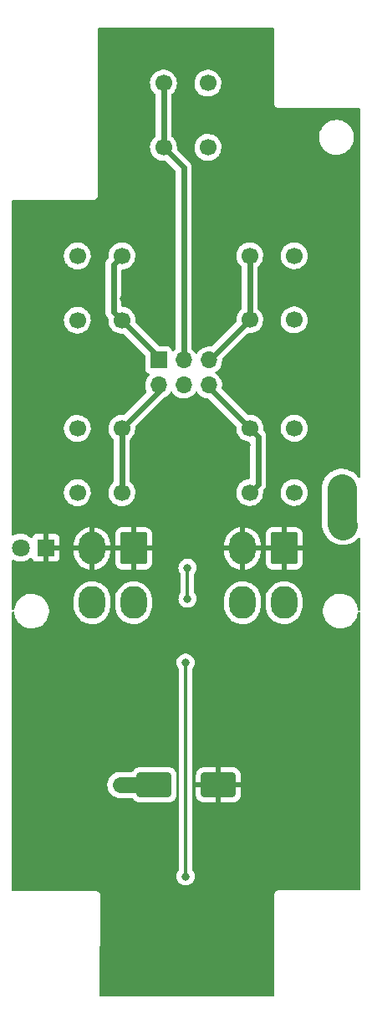
<source format=gbr>
%TF.GenerationSoftware,KiCad,Pcbnew,(6.0.9)*%
%TF.CreationDate,2023-01-27T20:48:09-09:00*%
%TF.ProjectId,JETT STATION SELECT,4a455454-2053-4544-9154-494f4e205345,rev?*%
%TF.SameCoordinates,Original*%
%TF.FileFunction,Copper,L2,Bot*%
%TF.FilePolarity,Positive*%
%FSLAX46Y46*%
G04 Gerber Fmt 4.6, Leading zero omitted, Abs format (unit mm)*
G04 Created by KiCad (PCBNEW (6.0.9)) date 2023-01-27 20:48:09*
%MOMM*%
%LPD*%
G01*
G04 APERTURE LIST*
G04 Aperture macros list*
%AMRoundRect*
0 Rectangle with rounded corners*
0 $1 Rounding radius*
0 $2 $3 $4 $5 $6 $7 $8 $9 X,Y pos of 4 corners*
0 Add a 4 corners polygon primitive as box body*
4,1,4,$2,$3,$4,$5,$6,$7,$8,$9,$2,$3,0*
0 Add four circle primitives for the rounded corners*
1,1,$1+$1,$2,$3*
1,1,$1+$1,$4,$5*
1,1,$1+$1,$6,$7*
1,1,$1+$1,$8,$9*
0 Add four rect primitives between the rounded corners*
20,1,$1+$1,$2,$3,$4,$5,0*
20,1,$1+$1,$4,$5,$6,$7,0*
20,1,$1+$1,$6,$7,$8,$9,0*
20,1,$1+$1,$8,$9,$2,$3,0*%
G04 Aperture macros list end*
%TA.AperFunction,SMDPad,CuDef*%
%ADD10RoundRect,0.250000X1.500000X1.000000X-1.500000X1.000000X-1.500000X-1.000000X1.500000X-1.000000X0*%
%TD*%
%TA.AperFunction,ComponentPad*%
%ADD11RoundRect,0.250001X1.099999X1.399999X-1.099999X1.399999X-1.099999X-1.399999X1.099999X-1.399999X0*%
%TD*%
%TA.AperFunction,ComponentPad*%
%ADD12O,2.700000X3.300000*%
%TD*%
%TA.AperFunction,ComponentPad*%
%ADD13R,1.800000X1.800000*%
%TD*%
%TA.AperFunction,ComponentPad*%
%ADD14C,1.800000*%
%TD*%
%TA.AperFunction,ComponentPad*%
%ADD15C,1.700000*%
%TD*%
%TA.AperFunction,ComponentPad*%
%ADD16O,1.700000X1.700000*%
%TD*%
%TA.AperFunction,ComponentPad*%
%ADD17R,1.700000X1.700000*%
%TD*%
%TA.AperFunction,ViaPad*%
%ADD18C,0.800000*%
%TD*%
%TA.AperFunction,Conductor*%
%ADD19C,3.000000*%
%TD*%
%TA.AperFunction,Conductor*%
%ADD20C,1.625600*%
%TD*%
%TA.AperFunction,Conductor*%
%ADD21C,0.304800*%
%TD*%
%TA.AperFunction,Conductor*%
%ADD22C,0.609600*%
%TD*%
G04 APERTURE END LIST*
D10*
%TO.P,C1,1*%
%TO.N,/BL_+5V*%
X153697375Y-127285749D03*
%TO.P,C1,2*%
%TO.N,GND*%
X147197375Y-127285749D03*
%TD*%
D11*
%TO.P,J2,1*%
%TO.N,/BL_+5V*%
X145113375Y-103346249D03*
D12*
%TO.P,J2,2*%
X140913375Y-103346249D03*
%TO.P,J2,3*%
%TO.N,GND*%
X145113375Y-108846249D03*
%TO.P,J2,4*%
%TO.N,/BL_DOUT*%
X140913375Y-108846249D03*
%TD*%
D11*
%TO.P,J1,1*%
%TO.N,/BL_+5V*%
X160353375Y-103346249D03*
D12*
%TO.P,J1,2*%
X156153375Y-103346249D03*
%TO.P,J1,3*%
%TO.N,GND*%
X160353375Y-108846249D03*
%TO.P,J1,4*%
%TO.N,/BL_DIN*%
X156153375Y-108846249D03*
%TD*%
D13*
%TO.P,D1,1*%
%TO.N,/BL_+5V*%
X136223375Y-103282749D03*
D14*
%TO.P,D1,2*%
%TO.N,Net-(D1-Pad2)*%
X133683375Y-103282749D03*
%TD*%
D15*
%TO.P,SW5,1*%
%TO.N,/RO_SW*%
X156876750Y-97694749D03*
%TO.P,SW5,2*%
X156876750Y-91194749D03*
%TO.P,SW5,3*%
%TO.N,GND*%
X161376750Y-97694749D03*
%TO.P,SW5,4*%
X161376750Y-91194749D03*
%TD*%
%TO.P,SW4,1*%
%TO.N,/LO_SW*%
X143922750Y-91217749D03*
%TO.P,SW4,2*%
X143922750Y-97717749D03*
%TO.P,SW4,3*%
%TO.N,GND*%
X139422750Y-91217749D03*
%TO.P,SW4,4*%
X139422750Y-97717749D03*
%TD*%
%TO.P,SW3,1*%
%TO.N,/RI_SW*%
X156876750Y-80232250D03*
%TO.P,SW3,2*%
X156876750Y-73732250D03*
%TO.P,SW3,3*%
%TO.N,GND*%
X161376750Y-80232250D03*
%TO.P,SW3,4*%
X161376750Y-73732250D03*
%TD*%
%TO.P,SW2,1*%
%TO.N,/LI_SW*%
X143922750Y-73755250D03*
%TO.P,SW2,2*%
X143922750Y-80255250D03*
%TO.P,SW2,3*%
%TO.N,GND*%
X139422750Y-73755250D03*
%TO.P,SW2,4*%
X139422750Y-80255250D03*
%TD*%
%TO.P,SW1,1*%
%TO.N,/CTR_SW*%
X148145500Y-62769749D03*
%TO.P,SW1,2*%
X148145500Y-56269749D03*
%TO.P,SW1,3*%
%TO.N,GND*%
X152645500Y-62769749D03*
%TO.P,SW1,4*%
X152645500Y-56269749D03*
%TD*%
D16*
%TO.P,J3,6*%
%TO.N,/RO_SW*%
X152733375Y-86836249D03*
%TO.P,J3,5*%
%TO.N,/RI_SW*%
X152733375Y-84296249D03*
%TO.P,J3,4*%
%TO.N,GND*%
X150193375Y-86836249D03*
%TO.P,J3,3*%
%TO.N,/CTR_SW*%
X150193375Y-84296249D03*
%TO.P,J3,2*%
%TO.N,/LO_SW*%
X147653375Y-86836249D03*
D17*
%TO.P,J3,1*%
%TO.N,/LI_SW*%
X147653375Y-84296249D03*
%TD*%
D18*
%TO.N,GND*%
X166195375Y-97313749D03*
X166322375Y-100996749D03*
X143779875Y-127285749D03*
%TO.N,/BL_+5V*%
X161538375Y-95506249D03*
X161978375Y-89526249D03*
X156558375Y-92886249D03*
X156268375Y-99496249D03*
X165368375Y-80926249D03*
X165338375Y-74816249D03*
X154678375Y-71686249D03*
X154368375Y-76946249D03*
X156598375Y-64456249D03*
X156848375Y-58136249D03*
X144168375Y-55776249D03*
X144058375Y-61016249D03*
X144088375Y-78096249D03*
X144548375Y-72106249D03*
X139068375Y-75566249D03*
X138458375Y-81786249D03*
X148248375Y-93086249D03*
X148368375Y-99106249D03*
X135298375Y-95676249D03*
X135438375Y-89376249D03*
X139144375Y-120237249D03*
X148034375Y-119983249D03*
X156797375Y-120110249D03*
X165306375Y-120237249D03*
X153304875Y-113696749D03*
X148605875Y-110839249D03*
X135334375Y-132873749D03*
X144033875Y-132873749D03*
X152796875Y-133699249D03*
X161496375Y-133699249D03*
X156987875Y-141636749D03*
X148224875Y-141636749D03*
%TO.N,Net-(D21-Pad1)*%
X150574375Y-108447249D03*
X150574375Y-105314749D03*
%TO.N,Net-(D32-Pad1)*%
X150383875Y-136556749D03*
X150383875Y-114903249D03*
%TD*%
D19*
%TO.N,GND*%
X166195375Y-100869749D02*
X166322375Y-100996749D01*
X166195375Y-97313749D02*
X166195375Y-100869749D01*
D20*
X147197375Y-127285749D02*
X143779875Y-127285749D01*
D21*
%TO.N,Net-(D21-Pad1)*%
X150574375Y-105314749D02*
X150574375Y-108447249D01*
%TO.N,Net-(D32-Pad1)*%
X150383875Y-136556749D02*
X150383875Y-114903249D01*
D22*
%TO.N,/RO_SW*%
X152733375Y-87051374D02*
X156876750Y-91194749D01*
X152733375Y-86836249D02*
X152733375Y-87051374D01*
X156876750Y-91194749D02*
X157726749Y-92044748D01*
X157726749Y-92044748D02*
X157726749Y-96844750D01*
X157726749Y-96844750D02*
X156876750Y-97694749D01*
%TO.N,/LO_SW*%
X147653375Y-87487124D02*
X143922750Y-91217749D01*
X147653375Y-86836249D02*
X147653375Y-87487124D01*
X143922750Y-91217749D02*
X143922750Y-97717749D01*
%TO.N,/RI_SW*%
X152812751Y-84296249D02*
X156876750Y-80232250D01*
X152733375Y-84296249D02*
X152812751Y-84296249D01*
X156876750Y-73732250D02*
X156876750Y-80232250D01*
%TO.N,/LI_SW*%
X147653375Y-83985875D02*
X143922750Y-80255250D01*
X147653375Y-84296249D02*
X147653375Y-83985875D01*
X143922750Y-80255250D02*
X143072751Y-79405251D01*
X143072751Y-79405251D02*
X143072751Y-74605249D01*
X143072751Y-74605249D02*
X143922750Y-73755250D01*
%TO.N,/CTR_SW*%
X150193375Y-64817624D02*
X148145500Y-62769749D01*
X150193375Y-84296249D02*
X150193375Y-64817624D01*
X148145500Y-62769749D02*
X148145500Y-56269749D01*
%TD*%
%TA.AperFunction,Conductor*%
%TO.N,/BL_+5V*%
G36*
X159282171Y-50642701D02*
G01*
X159328664Y-50696357D01*
X159340050Y-50748699D01*
X159340050Y-58284377D01*
X159340048Y-58285147D01*
X159339574Y-58362721D01*
X159342041Y-58371352D01*
X159347700Y-58391153D01*
X159351278Y-58407915D01*
X159355470Y-58437187D01*
X159359184Y-58445355D01*
X159359184Y-58445356D01*
X159366098Y-58460562D01*
X159372546Y-58478086D01*
X159379601Y-58502771D01*
X159384393Y-58510365D01*
X159384394Y-58510368D01*
X159395380Y-58527780D01*
X159403519Y-58542863D01*
X159415758Y-58569782D01*
X159421619Y-58576584D01*
X159432520Y-58589235D01*
X159443623Y-58604239D01*
X159457326Y-58625958D01*
X159464051Y-58631897D01*
X159464054Y-58631901D01*
X159479488Y-58645532D01*
X159491532Y-58657724D01*
X159504977Y-58673327D01*
X159504980Y-58673329D01*
X159510837Y-58680127D01*
X159518366Y-58685007D01*
X159518367Y-58685008D01*
X159532385Y-58694094D01*
X159547259Y-58705385D01*
X159559767Y-58716431D01*
X159566501Y-58722378D01*
X159593261Y-58734942D01*
X159608241Y-58743263D01*
X159625533Y-58754471D01*
X159625538Y-58754473D01*
X159633065Y-58759352D01*
X159641658Y-58761922D01*
X159641663Y-58761924D01*
X159657670Y-58766711D01*
X159675114Y-58773372D01*
X159690226Y-58780467D01*
X159690228Y-58780468D01*
X159698350Y-58784281D01*
X159707217Y-58785662D01*
X159707218Y-58785662D01*
X159716860Y-58787163D01*
X159727567Y-58788830D01*
X159744282Y-58792613D01*
X159764016Y-58798515D01*
X159764022Y-58798516D01*
X159772616Y-58801086D01*
X159781587Y-58801141D01*
X159781588Y-58801141D01*
X159791647Y-58801202D01*
X159807056Y-58801296D01*
X159807839Y-58801329D01*
X159808936Y-58801500D01*
X159839927Y-58801500D01*
X159840697Y-58801502D01*
X159914335Y-58801952D01*
X159914336Y-58801952D01*
X159918271Y-58801976D01*
X159919615Y-58801592D01*
X159920960Y-58801500D01*
X167945300Y-58801500D01*
X168013421Y-58821502D01*
X168059914Y-58875158D01*
X168071300Y-58927500D01*
X168071300Y-96090885D01*
X168051298Y-96159006D01*
X167997642Y-96205499D01*
X167927368Y-96215603D01*
X167862788Y-96186109D01*
X167843364Y-96164946D01*
X167740322Y-96023120D01*
X167740319Y-96023117D01*
X167737733Y-96019557D01*
X167542606Y-95817497D01*
X167321257Y-95644561D01*
X167317453Y-95642365D01*
X167317446Y-95642360D01*
X167081806Y-95506314D01*
X167077994Y-95504113D01*
X166817551Y-95398887D01*
X166813276Y-95397821D01*
X166549268Y-95331996D01*
X166549263Y-95331995D01*
X166544999Y-95330932D01*
X166540631Y-95330473D01*
X166540626Y-95330472D01*
X166270011Y-95302030D01*
X166270008Y-95302030D01*
X166265642Y-95301571D01*
X166261254Y-95301724D01*
X166261248Y-95301724D01*
X165989314Y-95311220D01*
X165989308Y-95311221D01*
X165984917Y-95311374D01*
X165980594Y-95312136D01*
X165980587Y-95312137D01*
X165804881Y-95343119D01*
X165708288Y-95360151D01*
X165441140Y-95446952D01*
X165437187Y-95448880D01*
X165437182Y-95448882D01*
X165327322Y-95502465D01*
X165188673Y-95570089D01*
X165185034Y-95572544D01*
X165185028Y-95572547D01*
X165081526Y-95642360D01*
X164955799Y-95727164D01*
X164747053Y-95915120D01*
X164566496Y-96130299D01*
X164417644Y-96368513D01*
X164303393Y-96625124D01*
X164302181Y-96629351D01*
X164236272Y-96859206D01*
X164225968Y-96895139D01*
X164186875Y-97173301D01*
X164186875Y-100813854D01*
X164186702Y-100820448D01*
X164182277Y-100904887D01*
X164182660Y-100909264D01*
X164182660Y-100909268D01*
X164192896Y-101026263D01*
X164193068Y-101028456D01*
X164201564Y-101149961D01*
X164202477Y-101154256D01*
X164203621Y-101159636D01*
X164205894Y-101174849D01*
X164206373Y-101180324D01*
X164206375Y-101180337D01*
X164206758Y-101184715D01*
X164207746Y-101188994D01*
X164207747Y-101189001D01*
X164234168Y-101303444D01*
X164234643Y-101305589D01*
X164242217Y-101341218D01*
X164259966Y-101424719D01*
X164261470Y-101428851D01*
X164263353Y-101434024D01*
X164267720Y-101448768D01*
X164269947Y-101458412D01*
X164271525Y-101462524D01*
X164271526Y-101462526D01*
X164313595Y-101572120D01*
X164314365Y-101574180D01*
X164354529Y-101684531D01*
X164354533Y-101684540D01*
X164356038Y-101688675D01*
X164358105Y-101692562D01*
X164360683Y-101697411D01*
X164367058Y-101711401D01*
X164369029Y-101716535D01*
X164369034Y-101716547D01*
X164370610Y-101720651D01*
X164429711Y-101827270D01*
X164430723Y-101829137D01*
X164485845Y-101932807D01*
X164485851Y-101932816D01*
X164487911Y-101936691D01*
X164490496Y-101940248D01*
X164490499Y-101940254D01*
X164493730Y-101944702D01*
X164501995Y-101957675D01*
X164506792Y-101966328D01*
X164580076Y-102063580D01*
X164581374Y-102065334D01*
X164653017Y-102163941D01*
X164658773Y-102169902D01*
X164659900Y-102171069D01*
X164669885Y-102182761D01*
X164673187Y-102187142D01*
X164675839Y-102190661D01*
X164761915Y-102276737D01*
X164763457Y-102278305D01*
X164848144Y-102366001D01*
X164855905Y-102372064D01*
X164855953Y-102372102D01*
X164867475Y-102382297D01*
X164951752Y-102466574D01*
X164954842Y-102469260D01*
X165107355Y-102601839D01*
X165107362Y-102601844D01*
X165110677Y-102604726D01*
X165114368Y-102607123D01*
X165342570Y-102755319D01*
X165342574Y-102755321D01*
X165346257Y-102757713D01*
X165350238Y-102759570D01*
X165350241Y-102759571D01*
X165420697Y-102792425D01*
X165600835Y-102876425D01*
X165605035Y-102877709D01*
X165605040Y-102877711D01*
X165735146Y-102917488D01*
X165869457Y-102958550D01*
X166146895Y-103002493D01*
X166151295Y-103002570D01*
X166151297Y-103002570D01*
X166240803Y-103004132D01*
X166427749Y-103007395D01*
X166432105Y-103006860D01*
X166432108Y-103006860D01*
X166702187Y-102973698D01*
X166702191Y-102973697D01*
X166706550Y-102973162D01*
X166877674Y-102927310D01*
X166973636Y-102901597D01*
X166973638Y-102901596D01*
X166977875Y-102900461D01*
X167236442Y-102790706D01*
X167240209Y-102788443D01*
X167240216Y-102788439D01*
X167378462Y-102705372D01*
X167477217Y-102646034D01*
X167480633Y-102643268D01*
X167480637Y-102643265D01*
X167692090Y-102472032D01*
X167692091Y-102472031D01*
X167695513Y-102469260D01*
X167699466Y-102465022D01*
X167853150Y-102300216D01*
X167914237Y-102264037D01*
X167985186Y-102266628D01*
X168043472Y-102307165D01*
X168070589Y-102372779D01*
X168071300Y-102386148D01*
X168071300Y-109512335D01*
X168051298Y-109580456D01*
X167997642Y-109626949D01*
X167927368Y-109637053D01*
X167862788Y-109607559D01*
X167824404Y-109547833D01*
X167820451Y-109529326D01*
X167796828Y-109355749D01*
X167793271Y-109329611D01*
X167778848Y-109280126D01*
X167759795Y-109214761D01*
X167720132Y-109078682D01*
X167610707Y-108841321D01*
X167577894Y-108791273D01*
X167469965Y-108626653D01*
X167469961Y-108626648D01*
X167467399Y-108622740D01*
X167293357Y-108427743D01*
X167092405Y-108260612D01*
X167045219Y-108231979D01*
X166872953Y-108127445D01*
X166872949Y-108127443D01*
X166868956Y-108125020D01*
X166627920Y-108023946D01*
X166374592Y-107959608D01*
X166369941Y-107959140D01*
X166369937Y-107959139D01*
X166160646Y-107938065D01*
X166157508Y-107937749D01*
X166002021Y-107937749D01*
X165999696Y-107937922D01*
X165999690Y-107937922D01*
X165812375Y-107951842D01*
X165812371Y-107951843D01*
X165807723Y-107952188D01*
X165803175Y-107953217D01*
X165803169Y-107953218D01*
X165616774Y-107995396D01*
X165552798Y-108009872D01*
X165548446Y-108011564D01*
X165548444Y-108011565D01*
X165313551Y-108102909D01*
X165313548Y-108102910D01*
X165309198Y-108104602D01*
X165082277Y-108234298D01*
X164877018Y-108396111D01*
X164697932Y-108586486D01*
X164548951Y-108801240D01*
X164546885Y-108805430D01*
X164546883Y-108805433D01*
X164458729Y-108984193D01*
X164433350Y-109035656D01*
X164353668Y-109284584D01*
X164311654Y-109542556D01*
X164308233Y-109803904D01*
X164343479Y-110062887D01*
X164344787Y-110067373D01*
X164344787Y-110067375D01*
X164364473Y-110134913D01*
X164416618Y-110313816D01*
X164526043Y-110551177D01*
X164528606Y-110555086D01*
X164666785Y-110765845D01*
X164666789Y-110765850D01*
X164669351Y-110769758D01*
X164843393Y-110964755D01*
X165044345Y-111131886D01*
X165048348Y-111134315D01*
X165263797Y-111265053D01*
X165263801Y-111265055D01*
X165267794Y-111267478D01*
X165508830Y-111368552D01*
X165762158Y-111432890D01*
X165766809Y-111433358D01*
X165766813Y-111433359D01*
X165959683Y-111452780D01*
X165979242Y-111454749D01*
X166134729Y-111454749D01*
X166137054Y-111454576D01*
X166137060Y-111454576D01*
X166324375Y-111440656D01*
X166324379Y-111440655D01*
X166329027Y-111440310D01*
X166333575Y-111439281D01*
X166333581Y-111439280D01*
X166519976Y-111397102D01*
X166583952Y-111382626D01*
X166620144Y-111368552D01*
X166823199Y-111289589D01*
X166823202Y-111289588D01*
X166827552Y-111287896D01*
X167054473Y-111158200D01*
X167259732Y-110996387D01*
X167438818Y-110806012D01*
X167587799Y-110591258D01*
X167598499Y-110569561D01*
X167701335Y-110361030D01*
X167701336Y-110361027D01*
X167703400Y-110356842D01*
X167783082Y-110107914D01*
X167820173Y-109880170D01*
X167820939Y-109875467D01*
X167851631Y-109811447D01*
X167912062Y-109774184D01*
X167983046Y-109775508D01*
X168042046Y-109814998D01*
X168070330Y-109880118D01*
X168071300Y-109895721D01*
X168071300Y-137846299D01*
X168051298Y-137914420D01*
X167997642Y-137960913D01*
X167945300Y-137972299D01*
X159857173Y-137972299D01*
X159856403Y-137972297D01*
X159855587Y-137972292D01*
X159778829Y-137971823D01*
X159756468Y-137978214D01*
X159750397Y-137979949D01*
X159733635Y-137983527D01*
X159704363Y-137987719D01*
X159696195Y-137991433D01*
X159696194Y-137991433D01*
X159680988Y-137998347D01*
X159663464Y-138004795D01*
X159638779Y-138011850D01*
X159631185Y-138016642D01*
X159631182Y-138016643D01*
X159613770Y-138027629D01*
X159598687Y-138035768D01*
X159571768Y-138048007D01*
X159564966Y-138053868D01*
X159552315Y-138064769D01*
X159537311Y-138075872D01*
X159515592Y-138089575D01*
X159509653Y-138096300D01*
X159509649Y-138096303D01*
X159496018Y-138111737D01*
X159483826Y-138123781D01*
X159468223Y-138137226D01*
X159468221Y-138137229D01*
X159461423Y-138143086D01*
X159456543Y-138150615D01*
X159456542Y-138150616D01*
X159447456Y-138164634D01*
X159436165Y-138179508D01*
X159425119Y-138192016D01*
X159419172Y-138198750D01*
X159407297Y-138224042D01*
X159406608Y-138225510D01*
X159398287Y-138240490D01*
X159387079Y-138257782D01*
X159387077Y-138257787D01*
X159382198Y-138265314D01*
X159379628Y-138273907D01*
X159379626Y-138273912D01*
X159374839Y-138289919D01*
X159368178Y-138307363D01*
X159357269Y-138330599D01*
X159355888Y-138339466D01*
X159355888Y-138339467D01*
X159352720Y-138359814D01*
X159348937Y-138376531D01*
X159343035Y-138396265D01*
X159343034Y-138396271D01*
X159340464Y-138404865D01*
X159340409Y-138413836D01*
X159340409Y-138413837D01*
X159340254Y-138439296D01*
X159340221Y-138440088D01*
X159340050Y-138441185D01*
X159340050Y-138472176D01*
X159340048Y-138472946D01*
X159339574Y-138550520D01*
X159339958Y-138551864D01*
X159340050Y-138553209D01*
X159340050Y-148590499D01*
X159320048Y-148658620D01*
X159266392Y-148705113D01*
X159214050Y-148716499D01*
X141760266Y-148716499D01*
X141692145Y-148696497D01*
X141645652Y-148642841D01*
X141634279Y-148588695D01*
X141776747Y-138636463D01*
X141776891Y-138634695D01*
X141777418Y-138632934D01*
X141777877Y-138557740D01*
X141777888Y-138556741D01*
X141778247Y-138531693D01*
X141778247Y-138531688D01*
X141778303Y-138527769D01*
X141778109Y-138526260D01*
X141778078Y-138525029D01*
X141778253Y-138496255D01*
X141778308Y-138487279D01*
X141771434Y-138463226D01*
X141767615Y-138444685D01*
X141765571Y-138428791D01*
X141765570Y-138428788D01*
X141764425Y-138419886D01*
X141760572Y-138411078D01*
X141752304Y-138392181D01*
X141746590Y-138376300D01*
X141740749Y-138355862D01*
X141740747Y-138355858D01*
X141738281Y-138347229D01*
X141724936Y-138326079D01*
X141716064Y-138309349D01*
X141709639Y-138294665D01*
X141706041Y-138286441D01*
X141686633Y-138263253D01*
X141676691Y-138249614D01*
X141665348Y-138231637D01*
X141660556Y-138224042D01*
X141641815Y-138207490D01*
X141628604Y-138193924D01*
X141618315Y-138181631D01*
X141618311Y-138181628D01*
X141612552Y-138174747D01*
X141602745Y-138168189D01*
X141587411Y-138157935D01*
X141574049Y-138147642D01*
X141551381Y-138127622D01*
X141528748Y-138116996D01*
X141512261Y-138107683D01*
X141491470Y-138093780D01*
X141462626Y-138084702D01*
X141446903Y-138078569D01*
X141427659Y-138069534D01*
X141427655Y-138069533D01*
X141419532Y-138065719D01*
X141410665Y-138064338D01*
X141410664Y-138064338D01*
X141394820Y-138061871D01*
X141376381Y-138057559D01*
X141361092Y-138052747D01*
X141361090Y-138052747D01*
X141352531Y-138050053D01*
X141333420Y-138049663D01*
X141317533Y-138049338D01*
X141312856Y-138049109D01*
X141308946Y-138048500D01*
X141277812Y-138048500D01*
X141275238Y-138048474D01*
X141215877Y-138047261D01*
X141215875Y-138047261D01*
X141206904Y-138047078D01*
X141202685Y-138048219D01*
X141198076Y-138048500D01*
X132917701Y-138048500D01*
X132849580Y-138028498D01*
X132803087Y-137974842D01*
X132791701Y-137922500D01*
X132791701Y-136556749D01*
X149470371Y-136556749D01*
X149490333Y-136746677D01*
X149549348Y-136928305D01*
X149644835Y-137093693D01*
X149772622Y-137235615D01*
X149927123Y-137347867D01*
X149933151Y-137350551D01*
X149933153Y-137350552D01*
X150095556Y-137422858D01*
X150101587Y-137425543D01*
X150194987Y-137445396D01*
X150281931Y-137463877D01*
X150281936Y-137463877D01*
X150288388Y-137465249D01*
X150479362Y-137465249D01*
X150485814Y-137463877D01*
X150485819Y-137463877D01*
X150572763Y-137445396D01*
X150666163Y-137425543D01*
X150672194Y-137422858D01*
X150834597Y-137350552D01*
X150834599Y-137350551D01*
X150840627Y-137347867D01*
X150995128Y-137235615D01*
X151122915Y-137093693D01*
X151218402Y-136928305D01*
X151277417Y-136746677D01*
X151297379Y-136556749D01*
X151277417Y-136366821D01*
X151218402Y-136185193D01*
X151122915Y-136019805D01*
X151077139Y-135968965D01*
X151046422Y-135904958D01*
X151044775Y-135884655D01*
X151044775Y-128332844D01*
X151439376Y-128332844D01*
X151439713Y-128339363D01*
X151449632Y-128434955D01*
X151452524Y-128448349D01*
X151503963Y-128602533D01*
X151510136Y-128615711D01*
X151595438Y-128753556D01*
X151604474Y-128764957D01*
X151719204Y-128879488D01*
X151730615Y-128888500D01*
X151868618Y-128973565D01*
X151881799Y-128979712D01*
X152036085Y-129030887D01*
X152049461Y-129033754D01*
X152143813Y-129043421D01*
X152150229Y-129043749D01*
X153425260Y-129043749D01*
X153440499Y-129039274D01*
X153441704Y-129037884D01*
X153443375Y-129030201D01*
X153443375Y-129025633D01*
X153951375Y-129025633D01*
X153955850Y-129040872D01*
X153957240Y-129042077D01*
X153964923Y-129043748D01*
X155244470Y-129043748D01*
X155250989Y-129043411D01*
X155346581Y-129033492D01*
X155359975Y-129030600D01*
X155514159Y-128979161D01*
X155527337Y-128972988D01*
X155665182Y-128887686D01*
X155676583Y-128878650D01*
X155791114Y-128763920D01*
X155800126Y-128752509D01*
X155885191Y-128614506D01*
X155891338Y-128601325D01*
X155942513Y-128447039D01*
X155945380Y-128433663D01*
X155955047Y-128339311D01*
X155955375Y-128332895D01*
X155955375Y-127557864D01*
X155950900Y-127542625D01*
X155949510Y-127541420D01*
X155941827Y-127539749D01*
X153969490Y-127539749D01*
X153954251Y-127544224D01*
X153953046Y-127545614D01*
X153951375Y-127553297D01*
X153951375Y-129025633D01*
X153443375Y-129025633D01*
X153443375Y-127557864D01*
X153438900Y-127542625D01*
X153437510Y-127541420D01*
X153429827Y-127539749D01*
X151457491Y-127539749D01*
X151442252Y-127544224D01*
X151441047Y-127545614D01*
X151439376Y-127553297D01*
X151439376Y-128332844D01*
X151044775Y-128332844D01*
X151044775Y-127013634D01*
X151439375Y-127013634D01*
X151443850Y-127028873D01*
X151445240Y-127030078D01*
X151452923Y-127031749D01*
X153425260Y-127031749D01*
X153440499Y-127027274D01*
X153441704Y-127025884D01*
X153443375Y-127018201D01*
X153443375Y-127013634D01*
X153951375Y-127013634D01*
X153955850Y-127028873D01*
X153957240Y-127030078D01*
X153964923Y-127031749D01*
X155937259Y-127031749D01*
X155952498Y-127027274D01*
X155953703Y-127025884D01*
X155955374Y-127018201D01*
X155955374Y-126238654D01*
X155955037Y-126232135D01*
X155945118Y-126136543D01*
X155942226Y-126123149D01*
X155890787Y-125968965D01*
X155884614Y-125955787D01*
X155799312Y-125817942D01*
X155790276Y-125806541D01*
X155675546Y-125692010D01*
X155664135Y-125682998D01*
X155526132Y-125597933D01*
X155512951Y-125591786D01*
X155358665Y-125540611D01*
X155345289Y-125537744D01*
X155250937Y-125528077D01*
X155244520Y-125527749D01*
X153969490Y-125527749D01*
X153954251Y-125532224D01*
X153953046Y-125533614D01*
X153951375Y-125541297D01*
X153951375Y-127013634D01*
X153443375Y-127013634D01*
X153443375Y-125545865D01*
X153438900Y-125530626D01*
X153437510Y-125529421D01*
X153429827Y-125527750D01*
X152150280Y-125527750D01*
X152143761Y-125528087D01*
X152048169Y-125538006D01*
X152034775Y-125540898D01*
X151880591Y-125592337D01*
X151867413Y-125598510D01*
X151729568Y-125683812D01*
X151718167Y-125692848D01*
X151603636Y-125807578D01*
X151594624Y-125818989D01*
X151509559Y-125956992D01*
X151503412Y-125970173D01*
X151452237Y-126124459D01*
X151449370Y-126137835D01*
X151439703Y-126232187D01*
X151439375Y-126238604D01*
X151439375Y-127013634D01*
X151044775Y-127013634D01*
X151044775Y-115575343D01*
X151064777Y-115507222D01*
X151077139Y-115491032D01*
X151118496Y-115445101D01*
X151118497Y-115445100D01*
X151122915Y-115440193D01*
X151218402Y-115274805D01*
X151277417Y-115093177D01*
X151297379Y-114903249D01*
X151277417Y-114713321D01*
X151218402Y-114531693D01*
X151122915Y-114366305D01*
X150995128Y-114224383D01*
X150840627Y-114112131D01*
X150834599Y-114109447D01*
X150834597Y-114109446D01*
X150672194Y-114037140D01*
X150672193Y-114037140D01*
X150666163Y-114034455D01*
X150572762Y-114014602D01*
X150485819Y-113996121D01*
X150485814Y-113996121D01*
X150479362Y-113994749D01*
X150288388Y-113994749D01*
X150281936Y-113996121D01*
X150281931Y-113996121D01*
X150194987Y-114014602D01*
X150101587Y-114034455D01*
X150095557Y-114037140D01*
X150095556Y-114037140D01*
X149933153Y-114109446D01*
X149933151Y-114109447D01*
X149927123Y-114112131D01*
X149772622Y-114224383D01*
X149644835Y-114366305D01*
X149549348Y-114531693D01*
X149490333Y-114713321D01*
X149470371Y-114903249D01*
X149490333Y-115093177D01*
X149549348Y-115274805D01*
X149644835Y-115440193D01*
X149649253Y-115445100D01*
X149649254Y-115445101D01*
X149690611Y-115491032D01*
X149721328Y-115555040D01*
X149722975Y-115575343D01*
X149722975Y-135884655D01*
X149702973Y-135952776D01*
X149690612Y-135968964D01*
X149644835Y-136019805D01*
X149549348Y-136185193D01*
X149490333Y-136366821D01*
X149470371Y-136556749D01*
X132791701Y-136556749D01*
X132791701Y-127285749D01*
X142453528Y-127285749D01*
X142473678Y-127516067D01*
X142533517Y-127739386D01*
X142631225Y-127948922D01*
X142763834Y-128138308D01*
X142927316Y-128301790D01*
X143116702Y-128434399D01*
X143121680Y-128436720D01*
X143121683Y-128436722D01*
X143204431Y-128475308D01*
X143326238Y-128532107D01*
X143549557Y-128591946D01*
X143628813Y-128598880D01*
X143719463Y-128606811D01*
X143719470Y-128606811D01*
X143722187Y-128607049D01*
X144933985Y-128607049D01*
X145002106Y-128627051D01*
X145041129Y-128666746D01*
X145098897Y-128760097D01*
X145224072Y-128885054D01*
X145230302Y-128888894D01*
X145230303Y-128888895D01*
X145367663Y-128973565D01*
X145374637Y-128977864D01*
X145454380Y-129004313D01*
X145535986Y-129031381D01*
X145535988Y-129031381D01*
X145542514Y-129033546D01*
X145549350Y-129034246D01*
X145549353Y-129034247D01*
X145592406Y-129038658D01*
X145646975Y-129044249D01*
X148747775Y-129044249D01*
X148751021Y-129043912D01*
X148751025Y-129043912D01*
X148846683Y-129033987D01*
X148846687Y-129033986D01*
X148853541Y-129033275D01*
X148860077Y-129031094D01*
X148860079Y-129031094D01*
X148992181Y-128987021D01*
X149021321Y-128977299D01*
X149171723Y-128884227D01*
X149296680Y-128759052D01*
X149300713Y-128752509D01*
X149385650Y-128614717D01*
X149385651Y-128614715D01*
X149389490Y-128608487D01*
X149445172Y-128440610D01*
X149455875Y-128336149D01*
X149455875Y-126235349D01*
X149455538Y-126232099D01*
X149445613Y-126136441D01*
X149445612Y-126136437D01*
X149444901Y-126129583D01*
X149414811Y-126039391D01*
X149391243Y-125968751D01*
X149388925Y-125961803D01*
X149295853Y-125811401D01*
X149170678Y-125686444D01*
X149164447Y-125682603D01*
X149026343Y-125597474D01*
X149026341Y-125597473D01*
X149020113Y-125593634D01*
X148940370Y-125567185D01*
X148858764Y-125540117D01*
X148858762Y-125540117D01*
X148852236Y-125537952D01*
X148845400Y-125537252D01*
X148845397Y-125537251D01*
X148802344Y-125532840D01*
X148747775Y-125527249D01*
X145646975Y-125527249D01*
X145643729Y-125527586D01*
X145643725Y-125527586D01*
X145548067Y-125537511D01*
X145548063Y-125537512D01*
X145541209Y-125538223D01*
X145534673Y-125540404D01*
X145534671Y-125540404D01*
X145518303Y-125545865D01*
X145373429Y-125594199D01*
X145223027Y-125687271D01*
X145098070Y-125812446D01*
X145094230Y-125818676D01*
X145094229Y-125818677D01*
X145041287Y-125904565D01*
X144988515Y-125952058D01*
X144934027Y-125964449D01*
X143722187Y-125964449D01*
X143719470Y-125964687D01*
X143719463Y-125964687D01*
X143628813Y-125972618D01*
X143549557Y-125979552D01*
X143326238Y-126039391D01*
X143204431Y-126096190D01*
X143121683Y-126134776D01*
X143121680Y-126134778D01*
X143116702Y-126137099D01*
X142927316Y-126269708D01*
X142763834Y-126433190D01*
X142631225Y-126622575D01*
X142628902Y-126627557D01*
X142628899Y-126627562D01*
X142579277Y-126733978D01*
X142533517Y-126832112D01*
X142473678Y-127055431D01*
X142453528Y-127285749D01*
X132791701Y-127285749D01*
X132791701Y-109880170D01*
X132811703Y-109812049D01*
X132865359Y-109765556D01*
X132935633Y-109755452D01*
X133000213Y-109784946D01*
X133038597Y-109844672D01*
X133042550Y-109863179D01*
X133069729Y-110062887D01*
X133071037Y-110067373D01*
X133071037Y-110067375D01*
X133090723Y-110134913D01*
X133142868Y-110313816D01*
X133252293Y-110551177D01*
X133254856Y-110555086D01*
X133393035Y-110765845D01*
X133393039Y-110765850D01*
X133395601Y-110769758D01*
X133569643Y-110964755D01*
X133770595Y-111131886D01*
X133774598Y-111134315D01*
X133990047Y-111265053D01*
X133990051Y-111265055D01*
X133994044Y-111267478D01*
X134235080Y-111368552D01*
X134488408Y-111432890D01*
X134493059Y-111433358D01*
X134493063Y-111433359D01*
X134685933Y-111452780D01*
X134705492Y-111454749D01*
X134860979Y-111454749D01*
X134863304Y-111454576D01*
X134863310Y-111454576D01*
X135050625Y-111440656D01*
X135050629Y-111440655D01*
X135055277Y-111440310D01*
X135059825Y-111439281D01*
X135059831Y-111439280D01*
X135246226Y-111397102D01*
X135310202Y-111382626D01*
X135346394Y-111368552D01*
X135549449Y-111289589D01*
X135549452Y-111289588D01*
X135553802Y-111287896D01*
X135780723Y-111158200D01*
X135985982Y-110996387D01*
X136165068Y-110806012D01*
X136314049Y-110591258D01*
X136324749Y-110569561D01*
X136427585Y-110361030D01*
X136427586Y-110361027D01*
X136429650Y-110356842D01*
X136509332Y-110107914D01*
X136551346Y-109849942D01*
X136554378Y-109618308D01*
X136554706Y-109593271D01*
X136554706Y-109593268D01*
X136554767Y-109588594D01*
X136519521Y-109329611D01*
X136505098Y-109280126D01*
X136486045Y-109214761D01*
X139054875Y-109214761D01*
X139055040Y-109217029D01*
X139055040Y-109217041D01*
X139062029Y-109313358D01*
X139069422Y-109415253D01*
X139070406Y-109419708D01*
X139070406Y-109419711D01*
X139118392Y-109637053D01*
X139127569Y-109678621D01*
X139129187Y-109682891D01*
X139195319Y-109857443D01*
X139223125Y-109930837D01*
X139354089Y-110166617D01*
X139356861Y-110170249D01*
X139502461Y-110361030D01*
X139517718Y-110381022D01*
X139710583Y-110569561D01*
X139928645Y-110728283D01*
X140028406Y-110780770D01*
X140163296Y-110851739D01*
X140163302Y-110851742D01*
X140167336Y-110853864D01*
X140171641Y-110855384D01*
X140171645Y-110855386D01*
X140417342Y-110942151D01*
X140421655Y-110943674D01*
X140528612Y-110964755D01*
X140681803Y-110994949D01*
X140681809Y-110994950D01*
X140686275Y-110995830D01*
X140690828Y-110996057D01*
X140690831Y-110996057D01*
X140951083Y-111009013D01*
X140951089Y-111009013D01*
X140955652Y-111009240D01*
X141224144Y-110983624D01*
X141228578Y-110982539D01*
X141228584Y-110982538D01*
X141481687Y-110920604D01*
X141486125Y-110919518D01*
X141736108Y-110818264D01*
X141968857Y-110681984D01*
X142179494Y-110513533D01*
X142363609Y-110316440D01*
X142517343Y-110094833D01*
X142637476Y-109853355D01*
X142640127Y-109845269D01*
X142720073Y-109601396D01*
X142720074Y-109601390D01*
X142721493Y-109597063D01*
X142722273Y-109592571D01*
X142766976Y-109335109D01*
X142766977Y-109335101D01*
X142767632Y-109331328D01*
X142771875Y-109246100D01*
X142771875Y-109214761D01*
X143254875Y-109214761D01*
X143255040Y-109217029D01*
X143255040Y-109217041D01*
X143262029Y-109313358D01*
X143269422Y-109415253D01*
X143270406Y-109419708D01*
X143270406Y-109419711D01*
X143318392Y-109637053D01*
X143327569Y-109678621D01*
X143329187Y-109682891D01*
X143395319Y-109857443D01*
X143423125Y-109930837D01*
X143554089Y-110166617D01*
X143556861Y-110170249D01*
X143702461Y-110361030D01*
X143717718Y-110381022D01*
X143910583Y-110569561D01*
X144128645Y-110728283D01*
X144228406Y-110780770D01*
X144363296Y-110851739D01*
X144363302Y-110851742D01*
X144367336Y-110853864D01*
X144371641Y-110855384D01*
X144371645Y-110855386D01*
X144617342Y-110942151D01*
X144621655Y-110943674D01*
X144728612Y-110964755D01*
X144881803Y-110994949D01*
X144881809Y-110994950D01*
X144886275Y-110995830D01*
X144890828Y-110996057D01*
X144890831Y-110996057D01*
X145151083Y-111009013D01*
X145151089Y-111009013D01*
X145155652Y-111009240D01*
X145424144Y-110983624D01*
X145428578Y-110982539D01*
X145428584Y-110982538D01*
X145681687Y-110920604D01*
X145686125Y-110919518D01*
X145936108Y-110818264D01*
X146168857Y-110681984D01*
X146379494Y-110513533D01*
X146563609Y-110316440D01*
X146717343Y-110094833D01*
X146837476Y-109853355D01*
X146840127Y-109845269D01*
X146920073Y-109601396D01*
X146920074Y-109601390D01*
X146921493Y-109597063D01*
X146922273Y-109592571D01*
X146966976Y-109335109D01*
X146966977Y-109335101D01*
X146967632Y-109331328D01*
X146971875Y-109246100D01*
X146971875Y-108477737D01*
X146970140Y-108453814D01*
X146969664Y-108447249D01*
X149660871Y-108447249D01*
X149661561Y-108453814D01*
X149679316Y-108622740D01*
X149680833Y-108637177D01*
X149739848Y-108818805D01*
X149835335Y-108984193D01*
X149839753Y-108989100D01*
X149839754Y-108989101D01*
X149881672Y-109035656D01*
X149963122Y-109126115D01*
X150117623Y-109238367D01*
X150123651Y-109241051D01*
X150123653Y-109241052D01*
X150231814Y-109289208D01*
X150292087Y-109316043D01*
X150363997Y-109331328D01*
X150472431Y-109354377D01*
X150472436Y-109354377D01*
X150478888Y-109355749D01*
X150669862Y-109355749D01*
X150676314Y-109354377D01*
X150676319Y-109354377D01*
X150784753Y-109331328D01*
X150856663Y-109316043D01*
X150916936Y-109289208D01*
X151025097Y-109241052D01*
X151025099Y-109241051D01*
X151031127Y-109238367D01*
X151063618Y-109214761D01*
X154294875Y-109214761D01*
X154295040Y-109217029D01*
X154295040Y-109217041D01*
X154302029Y-109313358D01*
X154309422Y-109415253D01*
X154310406Y-109419708D01*
X154310406Y-109419711D01*
X154358392Y-109637053D01*
X154367569Y-109678621D01*
X154369187Y-109682891D01*
X154435319Y-109857443D01*
X154463125Y-109930837D01*
X154594089Y-110166617D01*
X154596861Y-110170249D01*
X154742461Y-110361030D01*
X154757718Y-110381022D01*
X154950583Y-110569561D01*
X155168645Y-110728283D01*
X155268406Y-110780770D01*
X155403296Y-110851739D01*
X155403302Y-110851742D01*
X155407336Y-110853864D01*
X155411641Y-110855384D01*
X155411645Y-110855386D01*
X155657342Y-110942151D01*
X155661655Y-110943674D01*
X155768612Y-110964755D01*
X155921803Y-110994949D01*
X155921809Y-110994950D01*
X155926275Y-110995830D01*
X155930828Y-110996057D01*
X155930831Y-110996057D01*
X156191083Y-111009013D01*
X156191089Y-111009013D01*
X156195652Y-111009240D01*
X156464144Y-110983624D01*
X156468578Y-110982539D01*
X156468584Y-110982538D01*
X156721687Y-110920604D01*
X156726125Y-110919518D01*
X156976108Y-110818264D01*
X157208857Y-110681984D01*
X157419494Y-110513533D01*
X157603609Y-110316440D01*
X157757343Y-110094833D01*
X157877476Y-109853355D01*
X157880127Y-109845269D01*
X157960073Y-109601396D01*
X157960074Y-109601390D01*
X157961493Y-109597063D01*
X157962273Y-109592571D01*
X158006976Y-109335109D01*
X158006977Y-109335101D01*
X158007632Y-109331328D01*
X158011875Y-109246100D01*
X158011875Y-109214761D01*
X158494875Y-109214761D01*
X158495040Y-109217029D01*
X158495040Y-109217041D01*
X158502029Y-109313358D01*
X158509422Y-109415253D01*
X158510406Y-109419708D01*
X158510406Y-109419711D01*
X158558392Y-109637053D01*
X158567569Y-109678621D01*
X158569187Y-109682891D01*
X158635319Y-109857443D01*
X158663125Y-109930837D01*
X158794089Y-110166617D01*
X158796861Y-110170249D01*
X158942461Y-110361030D01*
X158957718Y-110381022D01*
X159150583Y-110569561D01*
X159368645Y-110728283D01*
X159468406Y-110780770D01*
X159603296Y-110851739D01*
X159603302Y-110851742D01*
X159607336Y-110853864D01*
X159611641Y-110855384D01*
X159611645Y-110855386D01*
X159857342Y-110942151D01*
X159861655Y-110943674D01*
X159968612Y-110964755D01*
X160121803Y-110994949D01*
X160121809Y-110994950D01*
X160126275Y-110995830D01*
X160130828Y-110996057D01*
X160130831Y-110996057D01*
X160391083Y-111009013D01*
X160391089Y-111009013D01*
X160395652Y-111009240D01*
X160664144Y-110983624D01*
X160668578Y-110982539D01*
X160668584Y-110982538D01*
X160921687Y-110920604D01*
X160926125Y-110919518D01*
X161176108Y-110818264D01*
X161408857Y-110681984D01*
X161619494Y-110513533D01*
X161803609Y-110316440D01*
X161957343Y-110094833D01*
X162077476Y-109853355D01*
X162080127Y-109845269D01*
X162160073Y-109601396D01*
X162160074Y-109601390D01*
X162161493Y-109597063D01*
X162162273Y-109592571D01*
X162206976Y-109335109D01*
X162206977Y-109335101D01*
X162207632Y-109331328D01*
X162211875Y-109246100D01*
X162211875Y-108477737D01*
X162210140Y-108453814D01*
X162197658Y-108281796D01*
X162197328Y-108277245D01*
X162194378Y-108263884D01*
X162140166Y-108018337D01*
X162140165Y-108018333D01*
X162139181Y-108013877D01*
X162080680Y-107859466D01*
X162045243Y-107765931D01*
X162045242Y-107765928D01*
X162043625Y-107761661D01*
X161912661Y-107525881D01*
X161830847Y-107418679D01*
X161751804Y-107315108D01*
X161751803Y-107315107D01*
X161749032Y-107311476D01*
X161556167Y-107122937D01*
X161338105Y-106964215D01*
X161238344Y-106911728D01*
X161103454Y-106840759D01*
X161103448Y-106840756D01*
X161099414Y-106838634D01*
X161095109Y-106837114D01*
X161095105Y-106837112D01*
X160849408Y-106750347D01*
X160849407Y-106750347D01*
X160845095Y-106748824D01*
X160717343Y-106723644D01*
X160584947Y-106697549D01*
X160584941Y-106697548D01*
X160580475Y-106696668D01*
X160575922Y-106696441D01*
X160575919Y-106696441D01*
X160315667Y-106683485D01*
X160315661Y-106683485D01*
X160311098Y-106683258D01*
X160042606Y-106708874D01*
X160038172Y-106709959D01*
X160038166Y-106709960D01*
X159785063Y-106771894D01*
X159780625Y-106772980D01*
X159530642Y-106874234D01*
X159297893Y-107010514D01*
X159087256Y-107178965D01*
X158903141Y-107376058D01*
X158749407Y-107597665D01*
X158629274Y-107839143D01*
X158627853Y-107843477D01*
X158627852Y-107843480D01*
X158551729Y-108075693D01*
X158545257Y-108095435D01*
X158544477Y-108099926D01*
X158544477Y-108099927D01*
X158512900Y-108281796D01*
X158499118Y-108361170D01*
X158494875Y-108446398D01*
X158494875Y-109214761D01*
X158011875Y-109214761D01*
X158011875Y-108477737D01*
X158010140Y-108453814D01*
X157997658Y-108281796D01*
X157997328Y-108277245D01*
X157994378Y-108263884D01*
X157940166Y-108018337D01*
X157940165Y-108018333D01*
X157939181Y-108013877D01*
X157880680Y-107859466D01*
X157845243Y-107765931D01*
X157845242Y-107765928D01*
X157843625Y-107761661D01*
X157712661Y-107525881D01*
X157630847Y-107418679D01*
X157551804Y-107315108D01*
X157551803Y-107315107D01*
X157549032Y-107311476D01*
X157356167Y-107122937D01*
X157138105Y-106964215D01*
X157038344Y-106911728D01*
X156903454Y-106840759D01*
X156903448Y-106840756D01*
X156899414Y-106838634D01*
X156895109Y-106837114D01*
X156895105Y-106837112D01*
X156649408Y-106750347D01*
X156649407Y-106750347D01*
X156645095Y-106748824D01*
X156517343Y-106723644D01*
X156384947Y-106697549D01*
X156384941Y-106697548D01*
X156380475Y-106696668D01*
X156375922Y-106696441D01*
X156375919Y-106696441D01*
X156115667Y-106683485D01*
X156115661Y-106683485D01*
X156111098Y-106683258D01*
X155842606Y-106708874D01*
X155838172Y-106709959D01*
X155838166Y-106709960D01*
X155585063Y-106771894D01*
X155580625Y-106772980D01*
X155330642Y-106874234D01*
X155097893Y-107010514D01*
X154887256Y-107178965D01*
X154703141Y-107376058D01*
X154549407Y-107597665D01*
X154429274Y-107839143D01*
X154427853Y-107843477D01*
X154427852Y-107843480D01*
X154351729Y-108075693D01*
X154345257Y-108095435D01*
X154344477Y-108099926D01*
X154344477Y-108099927D01*
X154312900Y-108281796D01*
X154299118Y-108361170D01*
X154294875Y-108446398D01*
X154294875Y-109214761D01*
X151063618Y-109214761D01*
X151185628Y-109126115D01*
X151267078Y-109035656D01*
X151308996Y-108989101D01*
X151308997Y-108989100D01*
X151313415Y-108984193D01*
X151408902Y-108818805D01*
X151467917Y-108637177D01*
X151469435Y-108622740D01*
X151487189Y-108453814D01*
X151487879Y-108447249D01*
X151478832Y-108361170D01*
X151468607Y-108263884D01*
X151468607Y-108263882D01*
X151467917Y-108257321D01*
X151408902Y-108075693D01*
X151378363Y-108022797D01*
X151316718Y-107916026D01*
X151313415Y-107910305D01*
X151267639Y-107859465D01*
X151236922Y-107795458D01*
X151235275Y-107775155D01*
X151235275Y-105986843D01*
X151255277Y-105918722D01*
X151267639Y-105902532D01*
X151308996Y-105856601D01*
X151308997Y-105856600D01*
X151313415Y-105851693D01*
X151408902Y-105686305D01*
X151467917Y-105504677D01*
X151469013Y-105494254D01*
X151487189Y-105321314D01*
X151487879Y-105314749D01*
X151477186Y-105213008D01*
X151468607Y-105131384D01*
X151468607Y-105131382D01*
X151467917Y-105124821D01*
X151408902Y-104943193D01*
X151313415Y-104777805D01*
X151234696Y-104690378D01*
X151190050Y-104640794D01*
X151190049Y-104640793D01*
X151185628Y-104635883D01*
X151031127Y-104523631D01*
X151025099Y-104520947D01*
X151025097Y-104520946D01*
X150862694Y-104448640D01*
X150862693Y-104448640D01*
X150856663Y-104445955D01*
X150763263Y-104426102D01*
X150676319Y-104407621D01*
X150676314Y-104407621D01*
X150669862Y-104406249D01*
X150478888Y-104406249D01*
X150472436Y-104407621D01*
X150472431Y-104407621D01*
X150385488Y-104426102D01*
X150292087Y-104445955D01*
X150286057Y-104448640D01*
X150286056Y-104448640D01*
X150123653Y-104520946D01*
X150123651Y-104520947D01*
X150117623Y-104523631D01*
X149963122Y-104635883D01*
X149958701Y-104640793D01*
X149958700Y-104640794D01*
X149914055Y-104690378D01*
X149835335Y-104777805D01*
X149739848Y-104943193D01*
X149680833Y-105124821D01*
X149680143Y-105131382D01*
X149680143Y-105131384D01*
X149671564Y-105213008D01*
X149660871Y-105314749D01*
X149661561Y-105321314D01*
X149679738Y-105494254D01*
X149680833Y-105504677D01*
X149739848Y-105686305D01*
X149835335Y-105851693D01*
X149839753Y-105856600D01*
X149839754Y-105856601D01*
X149881111Y-105902532D01*
X149911828Y-105966540D01*
X149913475Y-105986843D01*
X149913475Y-107775155D01*
X149893473Y-107843276D01*
X149881112Y-107859464D01*
X149835335Y-107910305D01*
X149832032Y-107916026D01*
X149770388Y-108022797D01*
X149739848Y-108075693D01*
X149680833Y-108257321D01*
X149680143Y-108263882D01*
X149680143Y-108263884D01*
X149669918Y-108361170D01*
X149660871Y-108447249D01*
X146969664Y-108447249D01*
X146957658Y-108281796D01*
X146957328Y-108277245D01*
X146954378Y-108263884D01*
X146900166Y-108018337D01*
X146900165Y-108018333D01*
X146899181Y-108013877D01*
X146840680Y-107859466D01*
X146805243Y-107765931D01*
X146805242Y-107765928D01*
X146803625Y-107761661D01*
X146672661Y-107525881D01*
X146590847Y-107418679D01*
X146511804Y-107315108D01*
X146511803Y-107315107D01*
X146509032Y-107311476D01*
X146316167Y-107122937D01*
X146098105Y-106964215D01*
X145998344Y-106911728D01*
X145863454Y-106840759D01*
X145863448Y-106840756D01*
X145859414Y-106838634D01*
X145855109Y-106837114D01*
X145855105Y-106837112D01*
X145609408Y-106750347D01*
X145609407Y-106750347D01*
X145605095Y-106748824D01*
X145477343Y-106723644D01*
X145344947Y-106697549D01*
X145344941Y-106697548D01*
X145340475Y-106696668D01*
X145335922Y-106696441D01*
X145335919Y-106696441D01*
X145075667Y-106683485D01*
X145075661Y-106683485D01*
X145071098Y-106683258D01*
X144802606Y-106708874D01*
X144798172Y-106709959D01*
X144798166Y-106709960D01*
X144545063Y-106771894D01*
X144540625Y-106772980D01*
X144290642Y-106874234D01*
X144057893Y-107010514D01*
X143847256Y-107178965D01*
X143663141Y-107376058D01*
X143509407Y-107597665D01*
X143389274Y-107839143D01*
X143387853Y-107843477D01*
X143387852Y-107843480D01*
X143311729Y-108075693D01*
X143305257Y-108095435D01*
X143304477Y-108099926D01*
X143304477Y-108099927D01*
X143272900Y-108281796D01*
X143259118Y-108361170D01*
X143254875Y-108446398D01*
X143254875Y-109214761D01*
X142771875Y-109214761D01*
X142771875Y-108477737D01*
X142770140Y-108453814D01*
X142757658Y-108281796D01*
X142757328Y-108277245D01*
X142754378Y-108263884D01*
X142700166Y-108018337D01*
X142700165Y-108018333D01*
X142699181Y-108013877D01*
X142640680Y-107859466D01*
X142605243Y-107765931D01*
X142605242Y-107765928D01*
X142603625Y-107761661D01*
X142472661Y-107525881D01*
X142390847Y-107418679D01*
X142311804Y-107315108D01*
X142311803Y-107315107D01*
X142309032Y-107311476D01*
X142116167Y-107122937D01*
X141898105Y-106964215D01*
X141798344Y-106911728D01*
X141663454Y-106840759D01*
X141663448Y-106840756D01*
X141659414Y-106838634D01*
X141655109Y-106837114D01*
X141655105Y-106837112D01*
X141409408Y-106750347D01*
X141409407Y-106750347D01*
X141405095Y-106748824D01*
X141277343Y-106723644D01*
X141144947Y-106697549D01*
X141144941Y-106697548D01*
X141140475Y-106696668D01*
X141135922Y-106696441D01*
X141135919Y-106696441D01*
X140875667Y-106683485D01*
X140875661Y-106683485D01*
X140871098Y-106683258D01*
X140602606Y-106708874D01*
X140598172Y-106709959D01*
X140598166Y-106709960D01*
X140345063Y-106771894D01*
X140340625Y-106772980D01*
X140090642Y-106874234D01*
X139857893Y-107010514D01*
X139647256Y-107178965D01*
X139463141Y-107376058D01*
X139309407Y-107597665D01*
X139189274Y-107839143D01*
X139187853Y-107843477D01*
X139187852Y-107843480D01*
X139111729Y-108075693D01*
X139105257Y-108095435D01*
X139104477Y-108099926D01*
X139104477Y-108099927D01*
X139072900Y-108281796D01*
X139059118Y-108361170D01*
X139054875Y-108446398D01*
X139054875Y-109214761D01*
X136486045Y-109214761D01*
X136446382Y-109078682D01*
X136336957Y-108841321D01*
X136304144Y-108791273D01*
X136196215Y-108626653D01*
X136196211Y-108626648D01*
X136193649Y-108622740D01*
X136019607Y-108427743D01*
X135818655Y-108260612D01*
X135771469Y-108231979D01*
X135599203Y-108127445D01*
X135599199Y-108127443D01*
X135595206Y-108125020D01*
X135354170Y-108023946D01*
X135100842Y-107959608D01*
X135096191Y-107959140D01*
X135096187Y-107959139D01*
X134886896Y-107938065D01*
X134883758Y-107937749D01*
X134728271Y-107937749D01*
X134725946Y-107937922D01*
X134725940Y-107937922D01*
X134538625Y-107951842D01*
X134538621Y-107951843D01*
X134533973Y-107952188D01*
X134529425Y-107953217D01*
X134529419Y-107953218D01*
X134343024Y-107995396D01*
X134279048Y-108009872D01*
X134274696Y-108011564D01*
X134274694Y-108011565D01*
X134039801Y-108102909D01*
X134039798Y-108102910D01*
X134035448Y-108104602D01*
X133808527Y-108234298D01*
X133603268Y-108396111D01*
X133424182Y-108586486D01*
X133275201Y-108801240D01*
X133273135Y-108805430D01*
X133273133Y-108805433D01*
X133184979Y-108984193D01*
X133159600Y-109035656D01*
X133079918Y-109284584D01*
X133079165Y-109289208D01*
X133042062Y-109517025D01*
X133011370Y-109581045D01*
X132950939Y-109618308D01*
X132879955Y-109616984D01*
X132820955Y-109577494D01*
X132792671Y-109512374D01*
X132791701Y-109496771D01*
X132791701Y-104612696D01*
X132811703Y-104544575D01*
X132865359Y-104498082D01*
X132935633Y-104487978D01*
X132981270Y-104503908D01*
X133072697Y-104557333D01*
X133289069Y-104639958D01*
X133294135Y-104640989D01*
X133294136Y-104640989D01*
X133347221Y-104651789D01*
X133516031Y-104686134D01*
X133646699Y-104690925D01*
X133742324Y-104694432D01*
X133742328Y-104694432D01*
X133747488Y-104694621D01*
X133752608Y-104693965D01*
X133752610Y-104693965D01*
X133852043Y-104681227D01*
X133977222Y-104665191D01*
X133982170Y-104663706D01*
X133982177Y-104663705D01*
X134194122Y-104600118D01*
X134199065Y-104598635D01*
X134279611Y-104559176D01*
X134402424Y-104499011D01*
X134402427Y-104499009D01*
X134407059Y-104496740D01*
X134595618Y-104362243D01*
X134599273Y-104358601D01*
X134599281Y-104358594D01*
X134641072Y-104316948D01*
X134703443Y-104283031D01*
X134774250Y-104288219D01*
X134831012Y-104330865D01*
X134847994Y-104361967D01*
X134870052Y-104420805D01*
X134878589Y-104436398D01*
X134955090Y-104538473D01*
X134967651Y-104551034D01*
X135069726Y-104627535D01*
X135085321Y-104636073D01*
X135205769Y-104681227D01*
X135221024Y-104684854D01*
X135271889Y-104690380D01*
X135278703Y-104690749D01*
X135951260Y-104690749D01*
X135966499Y-104686274D01*
X135967704Y-104684884D01*
X135969375Y-104677201D01*
X135969375Y-104672633D01*
X136477375Y-104672633D01*
X136481850Y-104687872D01*
X136483240Y-104689077D01*
X136490923Y-104690748D01*
X137168044Y-104690748D01*
X137174865Y-104690378D01*
X137225727Y-104684854D01*
X137240979Y-104681228D01*
X137361429Y-104636073D01*
X137377024Y-104627535D01*
X137479099Y-104551034D01*
X137491660Y-104538473D01*
X137568161Y-104436398D01*
X137576699Y-104420803D01*
X137621853Y-104300355D01*
X137625480Y-104285100D01*
X137631006Y-104234235D01*
X137631375Y-104227421D01*
X137631375Y-103712455D01*
X139055375Y-103712455D01*
X139055540Y-103717026D01*
X139069588Y-103910629D01*
X139070902Y-103919638D01*
X139127064Y-104174018D01*
X139129667Y-104182748D01*
X139221961Y-104426356D01*
X139225796Y-104434617D01*
X139352290Y-104662350D01*
X139357280Y-104669975D01*
X139515321Y-104877058D01*
X139521361Y-104883885D01*
X139707639Y-105065984D01*
X139714601Y-105071867D01*
X139925218Y-105225171D01*
X139932948Y-105229982D01*
X140163497Y-105351280D01*
X140171847Y-105354927D01*
X140417474Y-105441668D01*
X140426269Y-105444074D01*
X140641600Y-105486516D01*
X140654512Y-105485337D01*
X140659314Y-105470423D01*
X141167375Y-105470423D01*
X141171626Y-105484900D01*
X141183887Y-105486963D01*
X141219508Y-105483564D01*
X141228500Y-105482044D01*
X141481533Y-105420127D01*
X141490202Y-105417327D01*
X141731657Y-105319527D01*
X141739830Y-105315505D01*
X141964628Y-105183881D01*
X141972140Y-105178718D01*
X142175588Y-105016018D01*
X142182271Y-105009829D01*
X142360108Y-104819455D01*
X142365818Y-104812378D01*
X142379022Y-104793345D01*
X143255375Y-104793345D01*
X143255712Y-104799860D01*
X143265631Y-104895452D01*
X143268525Y-104908851D01*
X143319963Y-105063032D01*
X143326137Y-105076211D01*
X143411438Y-105214056D01*
X143420474Y-105225457D01*
X143535205Y-105339988D01*
X143546616Y-105349000D01*
X143684620Y-105434067D01*
X143697798Y-105440211D01*
X143852091Y-105491388D01*
X143865456Y-105494254D01*
X143959814Y-105503921D01*
X143966230Y-105504249D01*
X144841260Y-105504249D01*
X144856499Y-105499774D01*
X144857704Y-105498384D01*
X144859375Y-105490701D01*
X144859375Y-105486134D01*
X145367375Y-105486134D01*
X145371850Y-105501373D01*
X145373240Y-105502578D01*
X145380923Y-105504249D01*
X146260471Y-105504249D01*
X146266986Y-105503912D01*
X146362578Y-105493993D01*
X146375977Y-105491099D01*
X146530158Y-105439661D01*
X146543337Y-105433487D01*
X146681182Y-105348186D01*
X146692583Y-105339150D01*
X146807114Y-105224419D01*
X146816126Y-105213008D01*
X146901193Y-105075004D01*
X146907337Y-105061826D01*
X146958514Y-104907533D01*
X146961380Y-104894168D01*
X146971047Y-104799810D01*
X146971375Y-104793394D01*
X146971375Y-103712455D01*
X154295375Y-103712455D01*
X154295540Y-103717026D01*
X154309588Y-103910629D01*
X154310902Y-103919638D01*
X154367064Y-104174018D01*
X154369667Y-104182748D01*
X154461961Y-104426356D01*
X154465796Y-104434617D01*
X154592290Y-104662350D01*
X154597280Y-104669975D01*
X154755321Y-104877058D01*
X154761361Y-104883885D01*
X154947639Y-105065984D01*
X154954601Y-105071867D01*
X155165218Y-105225171D01*
X155172948Y-105229982D01*
X155403497Y-105351280D01*
X155411847Y-105354927D01*
X155657474Y-105441668D01*
X155666269Y-105444074D01*
X155881600Y-105486516D01*
X155894512Y-105485337D01*
X155899314Y-105470423D01*
X156407375Y-105470423D01*
X156411626Y-105484900D01*
X156423887Y-105486963D01*
X156459508Y-105483564D01*
X156468500Y-105482044D01*
X156721533Y-105420127D01*
X156730202Y-105417327D01*
X156971657Y-105319527D01*
X156979830Y-105315505D01*
X157204628Y-105183881D01*
X157212140Y-105178718D01*
X157415588Y-105016018D01*
X157422271Y-105009829D01*
X157600108Y-104819455D01*
X157605818Y-104812378D01*
X157619022Y-104793345D01*
X158495375Y-104793345D01*
X158495712Y-104799860D01*
X158505631Y-104895452D01*
X158508525Y-104908851D01*
X158559963Y-105063032D01*
X158566137Y-105076211D01*
X158651438Y-105214056D01*
X158660474Y-105225457D01*
X158775205Y-105339988D01*
X158786616Y-105349000D01*
X158924620Y-105434067D01*
X158937798Y-105440211D01*
X159092091Y-105491388D01*
X159105456Y-105494254D01*
X159199814Y-105503921D01*
X159206230Y-105504249D01*
X160081260Y-105504249D01*
X160096499Y-105499774D01*
X160097704Y-105498384D01*
X160099375Y-105490701D01*
X160099375Y-105486134D01*
X160607375Y-105486134D01*
X160611850Y-105501373D01*
X160613240Y-105502578D01*
X160620923Y-105504249D01*
X161500471Y-105504249D01*
X161506986Y-105503912D01*
X161602578Y-105493993D01*
X161615977Y-105491099D01*
X161770158Y-105439661D01*
X161783337Y-105433487D01*
X161921182Y-105348186D01*
X161932583Y-105339150D01*
X162047114Y-105224419D01*
X162056126Y-105213008D01*
X162141193Y-105075004D01*
X162147337Y-105061826D01*
X162198514Y-104907533D01*
X162201380Y-104894168D01*
X162211047Y-104799810D01*
X162211375Y-104793394D01*
X162211375Y-103618364D01*
X162206900Y-103603125D01*
X162205510Y-103601920D01*
X162197827Y-103600249D01*
X160625490Y-103600249D01*
X160610251Y-103604724D01*
X160609046Y-103606114D01*
X160607375Y-103613797D01*
X160607375Y-105486134D01*
X160099375Y-105486134D01*
X160099375Y-103618364D01*
X160094900Y-103603125D01*
X160093510Y-103601920D01*
X160085827Y-103600249D01*
X158513490Y-103600249D01*
X158498251Y-103604724D01*
X158497046Y-103606114D01*
X158495375Y-103613797D01*
X158495375Y-104793345D01*
X157619022Y-104793345D01*
X157754309Y-104598331D01*
X157758946Y-104590490D01*
X157874979Y-104357252D01*
X157878435Y-104348827D01*
X157959587Y-104101275D01*
X157961787Y-104092450D01*
X158006478Y-103835060D01*
X158007325Y-103827442D01*
X158011297Y-103747657D01*
X158011375Y-103744516D01*
X158011375Y-103618364D01*
X158006900Y-103603125D01*
X158005510Y-103601920D01*
X157997827Y-103600249D01*
X156425490Y-103600249D01*
X156410251Y-103604724D01*
X156409046Y-103606114D01*
X156407375Y-103613797D01*
X156407375Y-105470423D01*
X155899314Y-105470423D01*
X155899375Y-105470234D01*
X155899375Y-103618364D01*
X155894900Y-103603125D01*
X155893510Y-103601920D01*
X155885827Y-103600249D01*
X154313490Y-103600249D01*
X154298251Y-103604724D01*
X154297046Y-103606114D01*
X154295375Y-103613797D01*
X154295375Y-103712455D01*
X146971375Y-103712455D01*
X146971375Y-103618364D01*
X146966900Y-103603125D01*
X146965510Y-103601920D01*
X146957827Y-103600249D01*
X145385490Y-103600249D01*
X145370251Y-103604724D01*
X145369046Y-103606114D01*
X145367375Y-103613797D01*
X145367375Y-105486134D01*
X144859375Y-105486134D01*
X144859375Y-103618364D01*
X144854900Y-103603125D01*
X144853510Y-103601920D01*
X144845827Y-103600249D01*
X143273490Y-103600249D01*
X143258251Y-103604724D01*
X143257046Y-103606114D01*
X143255375Y-103613797D01*
X143255375Y-104793345D01*
X142379022Y-104793345D01*
X142514309Y-104598331D01*
X142518946Y-104590490D01*
X142634979Y-104357252D01*
X142638435Y-104348827D01*
X142719587Y-104101275D01*
X142721787Y-104092450D01*
X142766478Y-103835060D01*
X142767325Y-103827442D01*
X142771297Y-103747657D01*
X142771375Y-103744516D01*
X142771375Y-103618364D01*
X142766900Y-103603125D01*
X142765510Y-103601920D01*
X142757827Y-103600249D01*
X141185490Y-103600249D01*
X141170251Y-103604724D01*
X141169046Y-103606114D01*
X141167375Y-103613797D01*
X141167375Y-105470423D01*
X140659314Y-105470423D01*
X140659375Y-105470234D01*
X140659375Y-103618364D01*
X140654900Y-103603125D01*
X140653510Y-103601920D01*
X140645827Y-103600249D01*
X139073490Y-103600249D01*
X139058251Y-103604724D01*
X139057046Y-103606114D01*
X139055375Y-103613797D01*
X139055375Y-103712455D01*
X137631375Y-103712455D01*
X137631375Y-103554864D01*
X137626900Y-103539625D01*
X137625510Y-103538420D01*
X137617827Y-103536749D01*
X136495490Y-103536749D01*
X136480251Y-103541224D01*
X136479046Y-103542614D01*
X136477375Y-103550297D01*
X136477375Y-104672633D01*
X135969375Y-104672633D01*
X135969375Y-103074134D01*
X139055375Y-103074134D01*
X139059850Y-103089373D01*
X139061240Y-103090578D01*
X139068923Y-103092249D01*
X140641260Y-103092249D01*
X140656499Y-103087774D01*
X140657704Y-103086384D01*
X140659375Y-103078701D01*
X140659375Y-103074134D01*
X141167375Y-103074134D01*
X141171850Y-103089373D01*
X141173240Y-103090578D01*
X141180923Y-103092249D01*
X142753260Y-103092249D01*
X142768499Y-103087774D01*
X142769704Y-103086384D01*
X142771375Y-103078701D01*
X142771375Y-103074134D01*
X143255375Y-103074134D01*
X143259850Y-103089373D01*
X143261240Y-103090578D01*
X143268923Y-103092249D01*
X144841260Y-103092249D01*
X144856499Y-103087774D01*
X144857704Y-103086384D01*
X144859375Y-103078701D01*
X144859375Y-103074134D01*
X145367375Y-103074134D01*
X145371850Y-103089373D01*
X145373240Y-103090578D01*
X145380923Y-103092249D01*
X146953260Y-103092249D01*
X146968499Y-103087774D01*
X146969704Y-103086384D01*
X146971375Y-103078701D01*
X146971375Y-103074134D01*
X154295375Y-103074134D01*
X154299850Y-103089373D01*
X154301240Y-103090578D01*
X154308923Y-103092249D01*
X155881260Y-103092249D01*
X155896499Y-103087774D01*
X155897704Y-103086384D01*
X155899375Y-103078701D01*
X155899375Y-103074134D01*
X156407375Y-103074134D01*
X156411850Y-103089373D01*
X156413240Y-103090578D01*
X156420923Y-103092249D01*
X157993260Y-103092249D01*
X158008499Y-103087774D01*
X158009704Y-103086384D01*
X158011375Y-103078701D01*
X158011375Y-103074134D01*
X158495375Y-103074134D01*
X158499850Y-103089373D01*
X158501240Y-103090578D01*
X158508923Y-103092249D01*
X160081260Y-103092249D01*
X160096499Y-103087774D01*
X160097704Y-103086384D01*
X160099375Y-103078701D01*
X160099375Y-103074134D01*
X160607375Y-103074134D01*
X160611850Y-103089373D01*
X160613240Y-103090578D01*
X160620923Y-103092249D01*
X162193260Y-103092249D01*
X162208499Y-103087774D01*
X162209704Y-103086384D01*
X162211375Y-103078701D01*
X162211375Y-101899153D01*
X162211038Y-101892638D01*
X162201119Y-101797046D01*
X162198225Y-101783647D01*
X162146787Y-101629466D01*
X162140613Y-101616287D01*
X162055312Y-101478442D01*
X162046276Y-101467041D01*
X161931545Y-101352510D01*
X161920134Y-101343498D01*
X161782130Y-101258431D01*
X161768952Y-101252287D01*
X161614659Y-101201110D01*
X161601294Y-101198244D01*
X161506936Y-101188577D01*
X161500519Y-101188249D01*
X160625490Y-101188249D01*
X160610251Y-101192724D01*
X160609046Y-101194114D01*
X160607375Y-101201797D01*
X160607375Y-103074134D01*
X160099375Y-103074134D01*
X160099375Y-101206364D01*
X160094900Y-101191125D01*
X160093510Y-101189920D01*
X160085827Y-101188249D01*
X159206279Y-101188249D01*
X159199764Y-101188586D01*
X159104172Y-101198505D01*
X159090773Y-101201399D01*
X158936592Y-101252837D01*
X158923413Y-101259011D01*
X158785568Y-101344312D01*
X158774167Y-101353348D01*
X158659636Y-101468079D01*
X158650624Y-101479490D01*
X158565557Y-101617494D01*
X158559413Y-101630672D01*
X158508236Y-101784965D01*
X158505370Y-101798330D01*
X158495703Y-101892688D01*
X158495375Y-101899105D01*
X158495375Y-103074134D01*
X158011375Y-103074134D01*
X158011375Y-102980043D01*
X158011210Y-102975472D01*
X157997162Y-102781869D01*
X157995848Y-102772860D01*
X157939686Y-102518480D01*
X157937083Y-102509750D01*
X157844789Y-102266142D01*
X157840954Y-102257881D01*
X157714460Y-102030148D01*
X157709470Y-102022523D01*
X157551429Y-101815440D01*
X157545389Y-101808613D01*
X157359111Y-101626514D01*
X157352149Y-101620631D01*
X157141532Y-101467327D01*
X157133802Y-101462516D01*
X156903253Y-101341218D01*
X156894903Y-101337571D01*
X156649276Y-101250830D01*
X156640481Y-101248424D01*
X156425150Y-101205982D01*
X156412238Y-101207161D01*
X156407375Y-101222264D01*
X156407375Y-103074134D01*
X155899375Y-103074134D01*
X155899375Y-101222075D01*
X155895124Y-101207598D01*
X155882863Y-101205535D01*
X155847242Y-101208934D01*
X155838250Y-101210454D01*
X155585217Y-101272371D01*
X155576548Y-101275171D01*
X155335093Y-101372971D01*
X155326920Y-101376993D01*
X155102122Y-101508617D01*
X155094610Y-101513780D01*
X154891162Y-101676480D01*
X154884479Y-101682669D01*
X154706642Y-101873043D01*
X154700932Y-101880120D01*
X154552441Y-102094167D01*
X154547804Y-102102008D01*
X154431771Y-102335246D01*
X154428315Y-102343671D01*
X154347163Y-102591223D01*
X154344963Y-102600048D01*
X154300272Y-102857438D01*
X154299425Y-102865056D01*
X154295453Y-102944841D01*
X154295375Y-102947982D01*
X154295375Y-103074134D01*
X146971375Y-103074134D01*
X146971375Y-101899153D01*
X146971038Y-101892638D01*
X146961119Y-101797046D01*
X146958225Y-101783647D01*
X146906787Y-101629466D01*
X146900613Y-101616287D01*
X146815312Y-101478442D01*
X146806276Y-101467041D01*
X146691545Y-101352510D01*
X146680134Y-101343498D01*
X146542130Y-101258431D01*
X146528952Y-101252287D01*
X146374659Y-101201110D01*
X146361294Y-101198244D01*
X146266936Y-101188577D01*
X146260519Y-101188249D01*
X145385490Y-101188249D01*
X145370251Y-101192724D01*
X145369046Y-101194114D01*
X145367375Y-101201797D01*
X145367375Y-103074134D01*
X144859375Y-103074134D01*
X144859375Y-101206364D01*
X144854900Y-101191125D01*
X144853510Y-101189920D01*
X144845827Y-101188249D01*
X143966279Y-101188249D01*
X143959764Y-101188586D01*
X143864172Y-101198505D01*
X143850773Y-101201399D01*
X143696592Y-101252837D01*
X143683413Y-101259011D01*
X143545568Y-101344312D01*
X143534167Y-101353348D01*
X143419636Y-101468079D01*
X143410624Y-101479490D01*
X143325557Y-101617494D01*
X143319413Y-101630672D01*
X143268236Y-101784965D01*
X143265370Y-101798330D01*
X143255703Y-101892688D01*
X143255375Y-101899105D01*
X143255375Y-103074134D01*
X142771375Y-103074134D01*
X142771375Y-102980043D01*
X142771210Y-102975472D01*
X142757162Y-102781869D01*
X142755848Y-102772860D01*
X142699686Y-102518480D01*
X142697083Y-102509750D01*
X142604789Y-102266142D01*
X142600954Y-102257881D01*
X142474460Y-102030148D01*
X142469470Y-102022523D01*
X142311429Y-101815440D01*
X142305389Y-101808613D01*
X142119111Y-101626514D01*
X142112149Y-101620631D01*
X141901532Y-101467327D01*
X141893802Y-101462516D01*
X141663253Y-101341218D01*
X141654903Y-101337571D01*
X141409276Y-101250830D01*
X141400481Y-101248424D01*
X141185150Y-101205982D01*
X141172238Y-101207161D01*
X141167375Y-101222264D01*
X141167375Y-103074134D01*
X140659375Y-103074134D01*
X140659375Y-101222075D01*
X140655124Y-101207598D01*
X140642863Y-101205535D01*
X140607242Y-101208934D01*
X140598250Y-101210454D01*
X140345217Y-101272371D01*
X140336548Y-101275171D01*
X140095093Y-101372971D01*
X140086920Y-101376993D01*
X139862122Y-101508617D01*
X139854610Y-101513780D01*
X139651162Y-101676480D01*
X139644479Y-101682669D01*
X139466642Y-101873043D01*
X139460932Y-101880120D01*
X139312441Y-102094167D01*
X139307804Y-102102008D01*
X139191771Y-102335246D01*
X139188315Y-102343671D01*
X139107163Y-102591223D01*
X139104963Y-102600048D01*
X139060272Y-102857438D01*
X139059425Y-102865056D01*
X139055453Y-102944841D01*
X139055375Y-102947982D01*
X139055375Y-103074134D01*
X135969375Y-103074134D01*
X135969375Y-103010634D01*
X136477375Y-103010634D01*
X136481850Y-103025873D01*
X136483240Y-103027078D01*
X136490923Y-103028749D01*
X137613259Y-103028749D01*
X137628498Y-103024274D01*
X137629703Y-103022884D01*
X137631374Y-103015201D01*
X137631374Y-102338080D01*
X137631004Y-102331259D01*
X137625480Y-102280397D01*
X137621854Y-102265145D01*
X137576699Y-102144695D01*
X137568161Y-102129100D01*
X137491660Y-102027025D01*
X137479099Y-102014464D01*
X137377024Y-101937963D01*
X137361429Y-101929425D01*
X137240981Y-101884271D01*
X137225726Y-101880644D01*
X137174861Y-101875118D01*
X137168047Y-101874749D01*
X136495490Y-101874749D01*
X136480251Y-101879224D01*
X136479046Y-101880614D01*
X136477375Y-101888297D01*
X136477375Y-103010634D01*
X135969375Y-103010634D01*
X135969375Y-101892865D01*
X135964900Y-101877626D01*
X135963510Y-101876421D01*
X135955827Y-101874750D01*
X135278706Y-101874750D01*
X135271885Y-101875120D01*
X135221023Y-101880644D01*
X135205771Y-101884270D01*
X135085321Y-101929425D01*
X135069726Y-101937963D01*
X134967651Y-102014464D01*
X134955090Y-102027025D01*
X134878589Y-102129100D01*
X134870050Y-102144697D01*
X134849309Y-102200024D01*
X134806668Y-102256789D01*
X134740106Y-102281489D01*
X134670758Y-102266282D01*
X134647763Y-102249658D01*
X134647262Y-102249107D01*
X134585112Y-102200024D01*
X134469552Y-102108760D01*
X134469547Y-102108757D01*
X134465498Y-102105559D01*
X134460982Y-102103066D01*
X134460979Y-102103064D01*
X134267254Y-101996122D01*
X134267250Y-101996120D01*
X134262730Y-101993625D01*
X134257861Y-101991901D01*
X134257857Y-101991899D01*
X134049278Y-101918037D01*
X134049274Y-101918036D01*
X134044403Y-101916311D01*
X134039310Y-101915404D01*
X134039307Y-101915403D01*
X133821470Y-101876600D01*
X133821464Y-101876599D01*
X133816381Y-101875694D01*
X133739019Y-101874749D01*
X133589956Y-101872928D01*
X133589954Y-101872928D01*
X133584786Y-101872865D01*
X133355839Y-101907899D01*
X133135689Y-101979855D01*
X132975880Y-102063046D01*
X132906222Y-102076759D01*
X132840207Y-102050634D01*
X132798795Y-101992966D01*
X132791701Y-101951283D01*
X132791701Y-97684444D01*
X138060001Y-97684444D01*
X138060298Y-97689597D01*
X138060298Y-97689600D01*
X138065761Y-97784339D01*
X138072860Y-97907464D01*
X138073997Y-97912510D01*
X138073998Y-97912516D01*
X138088686Y-97977688D01*
X138121972Y-98125388D01*
X138206016Y-98332365D01*
X138208715Y-98336769D01*
X138308643Y-98499837D01*
X138322737Y-98522837D01*
X138469000Y-98691687D01*
X138640876Y-98834381D01*
X138833750Y-98947087D01*
X139042442Y-99026779D01*
X139047510Y-99027810D01*
X139047513Y-99027811D01*
X139143222Y-99047283D01*
X139261347Y-99071316D01*
X139266522Y-99071506D01*
X139266524Y-99071506D01*
X139479423Y-99079313D01*
X139479427Y-99079313D01*
X139484587Y-99079502D01*
X139489707Y-99078846D01*
X139489709Y-99078846D01*
X139701038Y-99051774D01*
X139701039Y-99051774D01*
X139706166Y-99051117D01*
X139715502Y-99048316D01*
X139915179Y-98988410D01*
X139915184Y-98988408D01*
X139920134Y-98986923D01*
X140120744Y-98888645D01*
X140302610Y-98758922D01*
X140460846Y-98601238D01*
X140520344Y-98518438D01*
X140588185Y-98424026D01*
X140591203Y-98419826D01*
X140600495Y-98401026D01*
X140687886Y-98224202D01*
X140687887Y-98224200D01*
X140690180Y-98219560D01*
X140755120Y-98005818D01*
X140784279Y-97784339D01*
X140785906Y-97717749D01*
X140767602Y-97495110D01*
X140713181Y-97278451D01*
X140624104Y-97073589D01*
X140510516Y-96898009D01*
X140505572Y-96890366D01*
X140505570Y-96890363D01*
X140502764Y-96886026D01*
X140352420Y-96720800D01*
X140348366Y-96717598D01*
X140348365Y-96717597D01*
X140181164Y-96585549D01*
X140181160Y-96585547D01*
X140177109Y-96582347D01*
X139981539Y-96474387D01*
X139976670Y-96472663D01*
X139976666Y-96472661D01*
X139775837Y-96401544D01*
X139775833Y-96401543D01*
X139770962Y-96399818D01*
X139765869Y-96398911D01*
X139765866Y-96398910D01*
X139556123Y-96361549D01*
X139556117Y-96361548D01*
X139551034Y-96360643D01*
X139477202Y-96359741D01*
X139332831Y-96357977D01*
X139332829Y-96357977D01*
X139327661Y-96357914D01*
X139106841Y-96391704D01*
X138894506Y-96461106D01*
X138864193Y-96476886D01*
X138740540Y-96541256D01*
X138696357Y-96564256D01*
X138692224Y-96567359D01*
X138692221Y-96567361D01*
X138521857Y-96695274D01*
X138517715Y-96698384D01*
X138363379Y-96859887D01*
X138237493Y-97044429D01*
X138222752Y-97076186D01*
X138156294Y-97219359D01*
X138143438Y-97247054D01*
X138083739Y-97462319D01*
X138060001Y-97684444D01*
X132791701Y-97684444D01*
X132791701Y-91184444D01*
X138060001Y-91184444D01*
X138060298Y-91189597D01*
X138060298Y-91189600D01*
X138065761Y-91284339D01*
X138072860Y-91407464D01*
X138073997Y-91412510D01*
X138073998Y-91412516D01*
X138078523Y-91432593D01*
X138121972Y-91625388D01*
X138206016Y-91832365D01*
X138208715Y-91836769D01*
X138308643Y-91999837D01*
X138322737Y-92022837D01*
X138469000Y-92191687D01*
X138640876Y-92334381D01*
X138833750Y-92447087D01*
X139042442Y-92526779D01*
X139047510Y-92527810D01*
X139047513Y-92527811D01*
X139143222Y-92547283D01*
X139261347Y-92571316D01*
X139266522Y-92571506D01*
X139266524Y-92571506D01*
X139479423Y-92579313D01*
X139479427Y-92579313D01*
X139484587Y-92579502D01*
X139489707Y-92578846D01*
X139489709Y-92578846D01*
X139701038Y-92551774D01*
X139701039Y-92551774D01*
X139706166Y-92551117D01*
X139715502Y-92548316D01*
X139915179Y-92488410D01*
X139915184Y-92488408D01*
X139920134Y-92486923D01*
X140120744Y-92388645D01*
X140302610Y-92258922D01*
X140460846Y-92101238D01*
X140495284Y-92053313D01*
X140588185Y-91924026D01*
X140591203Y-91919826D01*
X140594508Y-91913140D01*
X140687886Y-91724202D01*
X140687887Y-91724200D01*
X140690180Y-91719560D01*
X140755120Y-91505818D01*
X140784279Y-91284339D01*
X140785906Y-91217749D01*
X140767602Y-90995110D01*
X140713181Y-90778451D01*
X140624104Y-90573589D01*
X140502764Y-90386026D01*
X140352420Y-90220800D01*
X140348369Y-90217601D01*
X140348365Y-90217597D01*
X140181164Y-90085549D01*
X140181160Y-90085547D01*
X140177109Y-90082347D01*
X139981539Y-89974387D01*
X139976670Y-89972663D01*
X139976666Y-89972661D01*
X139775837Y-89901544D01*
X139775833Y-89901543D01*
X139770962Y-89899818D01*
X139765869Y-89898911D01*
X139765866Y-89898910D01*
X139556123Y-89861549D01*
X139556117Y-89861548D01*
X139551034Y-89860643D01*
X139477202Y-89859741D01*
X139332831Y-89857977D01*
X139332829Y-89857977D01*
X139327661Y-89857914D01*
X139106841Y-89891704D01*
X138894506Y-89961106D01*
X138864193Y-89976886D01*
X138740540Y-90041256D01*
X138696357Y-90064256D01*
X138692224Y-90067359D01*
X138692221Y-90067361D01*
X138521850Y-90195279D01*
X138517715Y-90198384D01*
X138363379Y-90359887D01*
X138237493Y-90544429D01*
X138221753Y-90578339D01*
X138156294Y-90719359D01*
X138143438Y-90747054D01*
X138083739Y-90962319D01*
X138060001Y-91184444D01*
X132791701Y-91184444D01*
X132791701Y-80221945D01*
X138060001Y-80221945D01*
X138060298Y-80227098D01*
X138060298Y-80227101D01*
X138065761Y-80321840D01*
X138072860Y-80444965D01*
X138073997Y-80450011D01*
X138073998Y-80450017D01*
X138078809Y-80471363D01*
X138121972Y-80662889D01*
X138206016Y-80869866D01*
X138208715Y-80874270D01*
X138308643Y-81037338D01*
X138322737Y-81060338D01*
X138469000Y-81229188D01*
X138640876Y-81371882D01*
X138833750Y-81484588D01*
X139042442Y-81564280D01*
X139047510Y-81565311D01*
X139047513Y-81565312D01*
X139143222Y-81584784D01*
X139261347Y-81608817D01*
X139266522Y-81609007D01*
X139266524Y-81609007D01*
X139479423Y-81616814D01*
X139479427Y-81616814D01*
X139484587Y-81617003D01*
X139489707Y-81616347D01*
X139489709Y-81616347D01*
X139701038Y-81589275D01*
X139701039Y-81589275D01*
X139706166Y-81588618D01*
X139715502Y-81585817D01*
X139915179Y-81525911D01*
X139915184Y-81525909D01*
X139920134Y-81524424D01*
X140120744Y-81426146D01*
X140302610Y-81296423D01*
X140460846Y-81138739D01*
X140520344Y-81055939D01*
X140588185Y-80961527D01*
X140591203Y-80957327D01*
X140600495Y-80938527D01*
X140687886Y-80761703D01*
X140687887Y-80761701D01*
X140690180Y-80757061D01*
X140755120Y-80543319D01*
X140784279Y-80321840D01*
X140785906Y-80255250D01*
X140767602Y-80032611D01*
X140713181Y-79815952D01*
X140624104Y-79611090D01*
X140544448Y-79487960D01*
X142258495Y-79487960D01*
X142259984Y-79494847D01*
X142267718Y-79530616D01*
X142269779Y-79543200D01*
X142274644Y-79586576D01*
X142283181Y-79611090D01*
X142285753Y-79618477D01*
X142289915Y-79633287D01*
X142297053Y-79666302D01*
X142300031Y-79672689D01*
X142300032Y-79672691D01*
X142315503Y-79705870D01*
X142320298Y-79717678D01*
X142334650Y-79758890D01*
X142338383Y-79764864D01*
X142352548Y-79787533D01*
X142359884Y-79801043D01*
X142374166Y-79831670D01*
X142393547Y-79856656D01*
X142400920Y-79866161D01*
X142408213Y-79876615D01*
X142431340Y-79913627D01*
X142436305Y-79918626D01*
X142436306Y-79918628D01*
X142460107Y-79942595D01*
X142460704Y-79943233D01*
X142461224Y-79943904D01*
X142487482Y-79970162D01*
X142534995Y-80018008D01*
X142568802Y-80080439D01*
X142570876Y-80120181D01*
X142560001Y-80221945D01*
X142560298Y-80227098D01*
X142560298Y-80227101D01*
X142565761Y-80321840D01*
X142572860Y-80444965D01*
X142573997Y-80450011D01*
X142573998Y-80450017D01*
X142578809Y-80471363D01*
X142621972Y-80662889D01*
X142706016Y-80869866D01*
X142708715Y-80874270D01*
X142808643Y-81037338D01*
X142822737Y-81060338D01*
X142969000Y-81229188D01*
X143140876Y-81371882D01*
X143333750Y-81484588D01*
X143542442Y-81564280D01*
X143547510Y-81565311D01*
X143547513Y-81565312D01*
X143643222Y-81584784D01*
X143761347Y-81608817D01*
X143766522Y-81609007D01*
X143766524Y-81609007D01*
X143979423Y-81616814D01*
X143979427Y-81616814D01*
X143984587Y-81617003D01*
X143989707Y-81616347D01*
X143989709Y-81616347D01*
X144009174Y-81613853D01*
X144055960Y-81607860D01*
X144126069Y-81619044D01*
X144161064Y-81643744D01*
X146257970Y-83740650D01*
X146291996Y-83802962D01*
X146294875Y-83829745D01*
X146294875Y-85194383D01*
X146301630Y-85256565D01*
X146352760Y-85392954D01*
X146440114Y-85509510D01*
X146556670Y-85596864D01*
X146565079Y-85600016D01*
X146565080Y-85600017D01*
X146673826Y-85640784D01*
X146730591Y-85683425D01*
X146755291Y-85749987D01*
X146740084Y-85819336D01*
X146720691Y-85845817D01*
X146594004Y-85978387D01*
X146468118Y-86162929D01*
X146374063Y-86365554D01*
X146314364Y-86580819D01*
X146290626Y-86802944D01*
X146290923Y-86808097D01*
X146290923Y-86808100D01*
X146296386Y-86902839D01*
X146303485Y-87025964D01*
X146304622Y-87031010D01*
X146304623Y-87031016D01*
X146324495Y-87119191D01*
X146352597Y-87243888D01*
X146385098Y-87323929D01*
X146434897Y-87446571D01*
X146441993Y-87517212D01*
X146407249Y-87583070D01*
X144164266Y-89826053D01*
X144101954Y-89860079D01*
X144061386Y-89860853D01*
X144061274Y-89862036D01*
X144056120Y-89861549D01*
X144051034Y-89860643D01*
X143958120Y-89859508D01*
X143832831Y-89857977D01*
X143832829Y-89857977D01*
X143827661Y-89857914D01*
X143606841Y-89891704D01*
X143394506Y-89961106D01*
X143364193Y-89976886D01*
X143240540Y-90041256D01*
X143196357Y-90064256D01*
X143192224Y-90067359D01*
X143192221Y-90067361D01*
X143021850Y-90195279D01*
X143017715Y-90198384D01*
X142863379Y-90359887D01*
X142737493Y-90544429D01*
X142721753Y-90578339D01*
X142656294Y-90719359D01*
X142643438Y-90747054D01*
X142583739Y-90962319D01*
X142560001Y-91184444D01*
X142560298Y-91189597D01*
X142560298Y-91189600D01*
X142565761Y-91284339D01*
X142572860Y-91407464D01*
X142573997Y-91412510D01*
X142573998Y-91412516D01*
X142578523Y-91432593D01*
X142621972Y-91625388D01*
X142706016Y-91832365D01*
X142708715Y-91836769D01*
X142808643Y-91999837D01*
X142822737Y-92022837D01*
X142969000Y-92191687D01*
X142972975Y-92194987D01*
X142972978Y-92194990D01*
X143063935Y-92270504D01*
X143103570Y-92329407D01*
X143109450Y-92367448D01*
X143109450Y-96566548D01*
X143089448Y-96634669D01*
X143059103Y-96667308D01*
X143021856Y-96695274D01*
X143021850Y-96695280D01*
X143017715Y-96698384D01*
X142863379Y-96859887D01*
X142737493Y-97044429D01*
X142722752Y-97076186D01*
X142656294Y-97219359D01*
X142643438Y-97247054D01*
X142583739Y-97462319D01*
X142560001Y-97684444D01*
X142560298Y-97689597D01*
X142560298Y-97689600D01*
X142565761Y-97784339D01*
X142572860Y-97907464D01*
X142573997Y-97912510D01*
X142573998Y-97912516D01*
X142588686Y-97977688D01*
X142621972Y-98125388D01*
X142706016Y-98332365D01*
X142708715Y-98336769D01*
X142808643Y-98499837D01*
X142822737Y-98522837D01*
X142969000Y-98691687D01*
X143140876Y-98834381D01*
X143333750Y-98947087D01*
X143542442Y-99026779D01*
X143547510Y-99027810D01*
X143547513Y-99027811D01*
X143643222Y-99047283D01*
X143761347Y-99071316D01*
X143766522Y-99071506D01*
X143766524Y-99071506D01*
X143979423Y-99079313D01*
X143979427Y-99079313D01*
X143984587Y-99079502D01*
X143989707Y-99078846D01*
X143989709Y-99078846D01*
X144201038Y-99051774D01*
X144201039Y-99051774D01*
X144206166Y-99051117D01*
X144215502Y-99048316D01*
X144415179Y-98988410D01*
X144415184Y-98988408D01*
X144420134Y-98986923D01*
X144620744Y-98888645D01*
X144802610Y-98758922D01*
X144960846Y-98601238D01*
X145020344Y-98518438D01*
X145088185Y-98424026D01*
X145091203Y-98419826D01*
X145100495Y-98401026D01*
X145187886Y-98224202D01*
X145187887Y-98224200D01*
X145190180Y-98219560D01*
X145255120Y-98005818D01*
X145284279Y-97784339D01*
X145285906Y-97717749D01*
X145267602Y-97495110D01*
X145213181Y-97278451D01*
X145124104Y-97073589D01*
X145010516Y-96898009D01*
X145005572Y-96890366D01*
X145005570Y-96890363D01*
X145002764Y-96886026D01*
X144852420Y-96720800D01*
X144783957Y-96666731D01*
X144742895Y-96608815D01*
X144736050Y-96567850D01*
X144736050Y-92371293D01*
X144756052Y-92303172D01*
X144788878Y-92268717D01*
X144802610Y-92258922D01*
X144960846Y-92101238D01*
X144995284Y-92053313D01*
X145088185Y-91924026D01*
X145091203Y-91919826D01*
X145094508Y-91913140D01*
X145187886Y-91724202D01*
X145187887Y-91724200D01*
X145190180Y-91719560D01*
X145255120Y-91505818D01*
X145284279Y-91284339D01*
X145285906Y-91217749D01*
X145274508Y-91079108D01*
X145288861Y-91009578D01*
X145310989Y-90979690D01*
X148203555Y-88087124D01*
X148237217Y-88063068D01*
X148346727Y-88009419D01*
X148351369Y-88007145D01*
X148355573Y-88004147D01*
X148355577Y-88004144D01*
X148432078Y-87949576D01*
X148533235Y-87877422D01*
X148691471Y-87719738D01*
X148821828Y-87538326D01*
X148823151Y-87539277D01*
X148870020Y-87496106D01*
X148939955Y-87483874D01*
X149005401Y-87511393D01*
X149033250Y-87543243D01*
X149093362Y-87641337D01*
X149239625Y-87810187D01*
X149411501Y-87952881D01*
X149604375Y-88065587D01*
X149813067Y-88145279D01*
X149818135Y-88146310D01*
X149818138Y-88146311D01*
X149925392Y-88168132D01*
X150031972Y-88189816D01*
X150037147Y-88190006D01*
X150037149Y-88190006D01*
X150250048Y-88197813D01*
X150250052Y-88197813D01*
X150255212Y-88198002D01*
X150260332Y-88197346D01*
X150260334Y-88197346D01*
X150471663Y-88170274D01*
X150471664Y-88170274D01*
X150476791Y-88169617D01*
X150481741Y-88168132D01*
X150685804Y-88106910D01*
X150685809Y-88106908D01*
X150690759Y-88105423D01*
X150891369Y-88007145D01*
X151073235Y-87877422D01*
X151231471Y-87719738D01*
X151361828Y-87538326D01*
X151363151Y-87539277D01*
X151410020Y-87496106D01*
X151479955Y-87483874D01*
X151545401Y-87511393D01*
X151573250Y-87543243D01*
X151633362Y-87641337D01*
X151779625Y-87810187D01*
X151951501Y-87952881D01*
X152144375Y-88065587D01*
X152353067Y-88145279D01*
X152358135Y-88146310D01*
X152358138Y-88146311D01*
X152465392Y-88168132D01*
X152571972Y-88189816D01*
X152577147Y-88190006D01*
X152577149Y-88190006D01*
X152677862Y-88193699D01*
X152745204Y-88216184D01*
X152762340Y-88230519D01*
X155488716Y-90956895D01*
X155522742Y-91019207D01*
X155524908Y-91059379D01*
X155522800Y-91079109D01*
X155514001Y-91161444D01*
X155514298Y-91166597D01*
X155514298Y-91166600D01*
X155519761Y-91261339D01*
X155526860Y-91384464D01*
X155527997Y-91389510D01*
X155527998Y-91389516D01*
X155549025Y-91482818D01*
X155575972Y-91602388D01*
X155660016Y-91809365D01*
X155676809Y-91836769D01*
X155749357Y-91955156D01*
X155776737Y-91999837D01*
X155923000Y-92168687D01*
X156094876Y-92311381D01*
X156287750Y-92424087D01*
X156496442Y-92503779D01*
X156501510Y-92504810D01*
X156501513Y-92504811D01*
X156608767Y-92526632D01*
X156715347Y-92548316D01*
X156720521Y-92548506D01*
X156720523Y-92548506D01*
X156764340Y-92550112D01*
X156792066Y-92551129D01*
X156859408Y-92573613D01*
X156903904Y-92628936D01*
X156913449Y-92677044D01*
X156913449Y-96208975D01*
X156893447Y-96277096D01*
X156839791Y-96323589D01*
X156791929Y-96333695D01*
X156791993Y-96334616D01*
X156786832Y-96334977D01*
X156781661Y-96334914D01*
X156560841Y-96368704D01*
X156348506Y-96438106D01*
X156150357Y-96541256D01*
X156146224Y-96544359D01*
X156146221Y-96544361D01*
X156044001Y-96621110D01*
X155971715Y-96675384D01*
X155817379Y-96836887D01*
X155814465Y-96841159D01*
X155814464Y-96841160D01*
X155747845Y-96938820D01*
X155691493Y-97021429D01*
X155644466Y-97122741D01*
X155604584Y-97208660D01*
X155597438Y-97224054D01*
X155537739Y-97439319D01*
X155514001Y-97661444D01*
X155514298Y-97666597D01*
X155514298Y-97666600D01*
X155519761Y-97761339D01*
X155526860Y-97884464D01*
X155527997Y-97889510D01*
X155527998Y-97889516D01*
X155547869Y-97977688D01*
X155575972Y-98102388D01*
X155660016Y-98309365D01*
X155776737Y-98499837D01*
X155923000Y-98668687D01*
X156094876Y-98811381D01*
X156287750Y-98924087D01*
X156496442Y-99003779D01*
X156501510Y-99004810D01*
X156501513Y-99004811D01*
X156608767Y-99026632D01*
X156715347Y-99048316D01*
X156720522Y-99048506D01*
X156720524Y-99048506D01*
X156933423Y-99056313D01*
X156933427Y-99056313D01*
X156938587Y-99056502D01*
X156943707Y-99055846D01*
X156943709Y-99055846D01*
X157155038Y-99028774D01*
X157155039Y-99028774D01*
X157160166Y-99028117D01*
X157165116Y-99026632D01*
X157369179Y-98965410D01*
X157369184Y-98965408D01*
X157374134Y-98963923D01*
X157574744Y-98865645D01*
X157756610Y-98735922D01*
X157914846Y-98578238D01*
X157954656Y-98522837D01*
X158042185Y-98401026D01*
X158045203Y-98396826D01*
X158077062Y-98332365D01*
X158141886Y-98201202D01*
X158141887Y-98201200D01*
X158144180Y-98196560D01*
X158209120Y-97982818D01*
X158238279Y-97761339D01*
X158239906Y-97694749D01*
X158237168Y-97661444D01*
X160014001Y-97661444D01*
X160014298Y-97666597D01*
X160014298Y-97666600D01*
X160019761Y-97761339D01*
X160026860Y-97884464D01*
X160027997Y-97889510D01*
X160027998Y-97889516D01*
X160047869Y-97977688D01*
X160075972Y-98102388D01*
X160160016Y-98309365D01*
X160276737Y-98499837D01*
X160423000Y-98668687D01*
X160594876Y-98811381D01*
X160787750Y-98924087D01*
X160996442Y-99003779D01*
X161001510Y-99004810D01*
X161001513Y-99004811D01*
X161108767Y-99026632D01*
X161215347Y-99048316D01*
X161220522Y-99048506D01*
X161220524Y-99048506D01*
X161433423Y-99056313D01*
X161433427Y-99056313D01*
X161438587Y-99056502D01*
X161443707Y-99055846D01*
X161443709Y-99055846D01*
X161655038Y-99028774D01*
X161655039Y-99028774D01*
X161660166Y-99028117D01*
X161665116Y-99026632D01*
X161869179Y-98965410D01*
X161869184Y-98965408D01*
X161874134Y-98963923D01*
X162074744Y-98865645D01*
X162256610Y-98735922D01*
X162414846Y-98578238D01*
X162454656Y-98522837D01*
X162542185Y-98401026D01*
X162545203Y-98396826D01*
X162577062Y-98332365D01*
X162641886Y-98201202D01*
X162641887Y-98201200D01*
X162644180Y-98196560D01*
X162709120Y-97982818D01*
X162738279Y-97761339D01*
X162739906Y-97694749D01*
X162721602Y-97472110D01*
X162667181Y-97255451D01*
X162578104Y-97050589D01*
X162537332Y-96987565D01*
X162459572Y-96867366D01*
X162459570Y-96867363D01*
X162456764Y-96863026D01*
X162306420Y-96697800D01*
X162302369Y-96694601D01*
X162302365Y-96694597D01*
X162135164Y-96562549D01*
X162135160Y-96562547D01*
X162131109Y-96559347D01*
X161935539Y-96451387D01*
X161930670Y-96449663D01*
X161930666Y-96449661D01*
X161729837Y-96378544D01*
X161729833Y-96378543D01*
X161724962Y-96376818D01*
X161719869Y-96375911D01*
X161719866Y-96375910D01*
X161510123Y-96338549D01*
X161510117Y-96338548D01*
X161505034Y-96337643D01*
X161431202Y-96336741D01*
X161286831Y-96334977D01*
X161286829Y-96334977D01*
X161281661Y-96334914D01*
X161060841Y-96368704D01*
X160848506Y-96438106D01*
X160650357Y-96541256D01*
X160646224Y-96544359D01*
X160646221Y-96544361D01*
X160544001Y-96621110D01*
X160471715Y-96675384D01*
X160317379Y-96836887D01*
X160314465Y-96841159D01*
X160314464Y-96841160D01*
X160247845Y-96938820D01*
X160191493Y-97021429D01*
X160144466Y-97122741D01*
X160104584Y-97208660D01*
X160097438Y-97224054D01*
X160037739Y-97439319D01*
X160014001Y-97661444D01*
X158237168Y-97661444D01*
X158228508Y-97556108D01*
X158242861Y-97486578D01*
X158264989Y-97456690D01*
X158295218Y-97426461D01*
X158296155Y-97425532D01*
X158355967Y-97366960D01*
X158355968Y-97366959D01*
X158360999Y-97362032D01*
X158364813Y-97356114D01*
X158364817Y-97356109D01*
X158384644Y-97325343D01*
X158392083Y-97314990D01*
X158414919Y-97286384D01*
X158419312Y-97280881D01*
X158422377Y-97274541D01*
X158422380Y-97274536D01*
X158434014Y-97250471D01*
X158441541Y-97237058D01*
X158456023Y-97214586D01*
X158456026Y-97214579D01*
X158459841Y-97208660D01*
X158474772Y-97167639D01*
X158479731Y-97155899D01*
X158495660Y-97122949D01*
X158495661Y-97122947D01*
X158498726Y-97116606D01*
X158506326Y-97083686D01*
X158510692Y-97068951D01*
X158519838Y-97043822D01*
X158519840Y-97043816D01*
X158522247Y-97037201D01*
X158527718Y-96993891D01*
X158529952Y-96981350D01*
X158539771Y-96938820D01*
X158539909Y-96899492D01*
X158539914Y-96898009D01*
X158539944Y-96897116D01*
X158540049Y-96896280D01*
X158540049Y-96859190D01*
X158540408Y-96756358D01*
X158540138Y-96755152D01*
X158540049Y-96753503D01*
X158540049Y-92053965D01*
X158540056Y-92052645D01*
X158540931Y-91969080D01*
X158541005Y-91962039D01*
X158531879Y-91919826D01*
X158531782Y-91919376D01*
X158529723Y-91906798D01*
X158525643Y-91870430D01*
X158525641Y-91870421D01*
X158524856Y-91863423D01*
X158522539Y-91856769D01*
X158513746Y-91831517D01*
X158509584Y-91816710D01*
X158503935Y-91790584D01*
X158502446Y-91783697D01*
X158483998Y-91744134D01*
X158479209Y-91732341D01*
X158464850Y-91691109D01*
X158461115Y-91685131D01*
X158446948Y-91662458D01*
X158439609Y-91648941D01*
X158428310Y-91624711D01*
X158425334Y-91618329D01*
X158398580Y-91583838D01*
X158391286Y-91573382D01*
X158371894Y-91542348D01*
X158368160Y-91536372D01*
X158342738Y-91510772D01*
X158339393Y-91507404D01*
X158338796Y-91506766D01*
X158338276Y-91506095D01*
X158312018Y-91479837D01*
X158309884Y-91477688D01*
X158265103Y-91432593D01*
X158231296Y-91370162D01*
X158229587Y-91327363D01*
X158237842Y-91264660D01*
X158237842Y-91264656D01*
X158238279Y-91261339D01*
X158239906Y-91194749D01*
X158237168Y-91161444D01*
X160014001Y-91161444D01*
X160014298Y-91166597D01*
X160014298Y-91166600D01*
X160019761Y-91261339D01*
X160026860Y-91384464D01*
X160027997Y-91389510D01*
X160027998Y-91389516D01*
X160049025Y-91482818D01*
X160075972Y-91602388D01*
X160160016Y-91809365D01*
X160176809Y-91836769D01*
X160249357Y-91955156D01*
X160276737Y-91999837D01*
X160423000Y-92168687D01*
X160594876Y-92311381D01*
X160787750Y-92424087D01*
X160996442Y-92503779D01*
X161001510Y-92504810D01*
X161001513Y-92504811D01*
X161108767Y-92526632D01*
X161215347Y-92548316D01*
X161220522Y-92548506D01*
X161220524Y-92548506D01*
X161433423Y-92556313D01*
X161433427Y-92556313D01*
X161438587Y-92556502D01*
X161443707Y-92555846D01*
X161443709Y-92555846D01*
X161655038Y-92528774D01*
X161655039Y-92528774D01*
X161660166Y-92528117D01*
X161665116Y-92526632D01*
X161869179Y-92465410D01*
X161869184Y-92465408D01*
X161874134Y-92463923D01*
X162074744Y-92365645D01*
X162256610Y-92235922D01*
X162414846Y-92078238D01*
X162454656Y-92022837D01*
X162542185Y-91901026D01*
X162545203Y-91896826D01*
X162565001Y-91856769D01*
X162641886Y-91701202D01*
X162641887Y-91701200D01*
X162644180Y-91696560D01*
X162692849Y-91536372D01*
X162707615Y-91487772D01*
X162707615Y-91487770D01*
X162709120Y-91482818D01*
X162738279Y-91261339D01*
X162739906Y-91194749D01*
X162721602Y-90972110D01*
X162667181Y-90755451D01*
X162578104Y-90550589D01*
X162474451Y-90390366D01*
X162459572Y-90367366D01*
X162459570Y-90367363D01*
X162456764Y-90363026D01*
X162306420Y-90197800D01*
X162302369Y-90194601D01*
X162302365Y-90194597D01*
X162135164Y-90062549D01*
X162135160Y-90062547D01*
X162131109Y-90059347D01*
X161935539Y-89951387D01*
X161930670Y-89949663D01*
X161930666Y-89949661D01*
X161729837Y-89878544D01*
X161729833Y-89878543D01*
X161724962Y-89876818D01*
X161719869Y-89875911D01*
X161719866Y-89875910D01*
X161510123Y-89838549D01*
X161510117Y-89838548D01*
X161505034Y-89837643D01*
X161431202Y-89836741D01*
X161286831Y-89834977D01*
X161286829Y-89834977D01*
X161281661Y-89834914D01*
X161060841Y-89868704D01*
X160848506Y-89938106D01*
X160650357Y-90041256D01*
X160646224Y-90044359D01*
X160646221Y-90044361D01*
X160591364Y-90085549D01*
X160471715Y-90175384D01*
X160317379Y-90336887D01*
X160314465Y-90341159D01*
X160314464Y-90341160D01*
X160296588Y-90367366D01*
X160191493Y-90521429D01*
X160097438Y-90724054D01*
X160037739Y-90939319D01*
X160014001Y-91161444D01*
X158237168Y-91161444D01*
X158221602Y-90972110D01*
X158167181Y-90755451D01*
X158078104Y-90550589D01*
X157974451Y-90390366D01*
X157959572Y-90367366D01*
X157959570Y-90367363D01*
X157956764Y-90363026D01*
X157806420Y-90197800D01*
X157802369Y-90194601D01*
X157802365Y-90194597D01*
X157635164Y-90062549D01*
X157635160Y-90062547D01*
X157631109Y-90059347D01*
X157435539Y-89951387D01*
X157430670Y-89949663D01*
X157430666Y-89949661D01*
X157229837Y-89878544D01*
X157229833Y-89878543D01*
X157224962Y-89876818D01*
X157219869Y-89875911D01*
X157219866Y-89875910D01*
X157010123Y-89838549D01*
X157010117Y-89838548D01*
X157005034Y-89837643D01*
X156934520Y-89836782D01*
X156786832Y-89834977D01*
X156786830Y-89834977D01*
X156781661Y-89834914D01*
X156776545Y-89835697D01*
X156776543Y-89835697D01*
X156745348Y-89840470D01*
X156674986Y-89831002D01*
X156637196Y-89805015D01*
X154093717Y-87261536D01*
X154059691Y-87199224D01*
X154062252Y-87135817D01*
X154064241Y-87129269D01*
X154064242Y-87129266D01*
X154065745Y-87124318D01*
X154094904Y-86902839D01*
X154096531Y-86836249D01*
X154078227Y-86613610D01*
X154023806Y-86396951D01*
X153934729Y-86192089D01*
X153813389Y-86004526D01*
X153663045Y-85839300D01*
X153658994Y-85836101D01*
X153658990Y-85836097D01*
X153491789Y-85704049D01*
X153491785Y-85704047D01*
X153487734Y-85700847D01*
X153446428Y-85678045D01*
X153396459Y-85627613D01*
X153381687Y-85558170D01*
X153406803Y-85491765D01*
X153434155Y-85465158D01*
X153477978Y-85433899D01*
X153613235Y-85337422D01*
X153771471Y-85179738D01*
X153901828Y-84998326D01*
X153922695Y-84956106D01*
X153998511Y-84802702D01*
X153998512Y-84802700D01*
X154000805Y-84798060D01*
X154065745Y-84584318D01*
X154094904Y-84362839D01*
X154096531Y-84296249D01*
X154091163Y-84230955D01*
X154105516Y-84161424D01*
X154127644Y-84131536D01*
X156636016Y-81623164D01*
X156698328Y-81589138D01*
X156729725Y-81586344D01*
X156828460Y-81589965D01*
X156933423Y-81593814D01*
X156933427Y-81593814D01*
X156938587Y-81594003D01*
X156943707Y-81593347D01*
X156943709Y-81593347D01*
X157155038Y-81566275D01*
X157155039Y-81566275D01*
X157160166Y-81565618D01*
X157165116Y-81564133D01*
X157369179Y-81502911D01*
X157369184Y-81502909D01*
X157374134Y-81501424D01*
X157574744Y-81403146D01*
X157756610Y-81273423D01*
X157914846Y-81115739D01*
X157954656Y-81060338D01*
X158042185Y-80938527D01*
X158045203Y-80934327D01*
X158077062Y-80869866D01*
X158141886Y-80738703D01*
X158141887Y-80738701D01*
X158144180Y-80734061D01*
X158209120Y-80520319D01*
X158238279Y-80298840D01*
X158239906Y-80232250D01*
X158237168Y-80198945D01*
X160014001Y-80198945D01*
X160014298Y-80204098D01*
X160014298Y-80204101D01*
X160019761Y-80298840D01*
X160026860Y-80421965D01*
X160027997Y-80427011D01*
X160027998Y-80427017D01*
X160047869Y-80515189D01*
X160075972Y-80639889D01*
X160160016Y-80846866D01*
X160276737Y-81037338D01*
X160423000Y-81206188D01*
X160594876Y-81348882D01*
X160787750Y-81461588D01*
X160996442Y-81541280D01*
X161001510Y-81542311D01*
X161001513Y-81542312D01*
X161108767Y-81564133D01*
X161215347Y-81585817D01*
X161220522Y-81586007D01*
X161220524Y-81586007D01*
X161433423Y-81593814D01*
X161433427Y-81593814D01*
X161438587Y-81594003D01*
X161443707Y-81593347D01*
X161443709Y-81593347D01*
X161655038Y-81566275D01*
X161655039Y-81566275D01*
X161660166Y-81565618D01*
X161665116Y-81564133D01*
X161869179Y-81502911D01*
X161869184Y-81502909D01*
X161874134Y-81501424D01*
X162074744Y-81403146D01*
X162256610Y-81273423D01*
X162414846Y-81115739D01*
X162454656Y-81060338D01*
X162542185Y-80938527D01*
X162545203Y-80934327D01*
X162577062Y-80869866D01*
X162641886Y-80738703D01*
X162641887Y-80738701D01*
X162644180Y-80734061D01*
X162709120Y-80520319D01*
X162738279Y-80298840D01*
X162739906Y-80232250D01*
X162721602Y-80009611D01*
X162667181Y-79792952D01*
X162578104Y-79588090D01*
X162474451Y-79427867D01*
X162459572Y-79404867D01*
X162459570Y-79404864D01*
X162456764Y-79400527D01*
X162306420Y-79235301D01*
X162302366Y-79232099D01*
X162302365Y-79232098D01*
X162135164Y-79100050D01*
X162135160Y-79100048D01*
X162131109Y-79096848D01*
X161935539Y-78988888D01*
X161930670Y-78987164D01*
X161930666Y-78987162D01*
X161729837Y-78916045D01*
X161729833Y-78916044D01*
X161724962Y-78914319D01*
X161719869Y-78913412D01*
X161719866Y-78913411D01*
X161510123Y-78876050D01*
X161510117Y-78876049D01*
X161505034Y-78875144D01*
X161431202Y-78874242D01*
X161286831Y-78872478D01*
X161286829Y-78872478D01*
X161281661Y-78872415D01*
X161060841Y-78906205D01*
X160848506Y-78975607D01*
X160650357Y-79078757D01*
X160646224Y-79081860D01*
X160646221Y-79081862D01*
X160513104Y-79181809D01*
X160471715Y-79212885D01*
X160317379Y-79374388D01*
X160314465Y-79378660D01*
X160314464Y-79378661D01*
X160296588Y-79404867D01*
X160191493Y-79558930D01*
X160097438Y-79761555D01*
X160037739Y-79976820D01*
X160014001Y-80198945D01*
X158237168Y-80198945D01*
X158221602Y-80009611D01*
X158167181Y-79792952D01*
X158078104Y-79588090D01*
X157974451Y-79427867D01*
X157959572Y-79404867D01*
X157959570Y-79404864D01*
X157956764Y-79400527D01*
X157806420Y-79235301D01*
X157737957Y-79181232D01*
X157696895Y-79123316D01*
X157690050Y-79082351D01*
X157690050Y-74885794D01*
X157710052Y-74817673D01*
X157742878Y-74783218D01*
X157756610Y-74773423D01*
X157914846Y-74615739D01*
X157932555Y-74591095D01*
X158042185Y-74438527D01*
X158045203Y-74434327D01*
X158077062Y-74369866D01*
X158141886Y-74238703D01*
X158141887Y-74238701D01*
X158144180Y-74234061D01*
X158209120Y-74020319D01*
X158238279Y-73798840D01*
X158239906Y-73732250D01*
X158237168Y-73698945D01*
X160014001Y-73698945D01*
X160014298Y-73704098D01*
X160014298Y-73704101D01*
X160019761Y-73798840D01*
X160026860Y-73921965D01*
X160027997Y-73927011D01*
X160027998Y-73927017D01*
X160037048Y-73967174D01*
X160075972Y-74139889D01*
X160114211Y-74234061D01*
X160151970Y-74327050D01*
X160160016Y-74346866D01*
X160276737Y-74537338D01*
X160423000Y-74706188D01*
X160594876Y-74848882D01*
X160787750Y-74961588D01*
X160996442Y-75041280D01*
X161001510Y-75042311D01*
X161001513Y-75042312D01*
X161108767Y-75064133D01*
X161215347Y-75085817D01*
X161220522Y-75086007D01*
X161220524Y-75086007D01*
X161433423Y-75093814D01*
X161433427Y-75093814D01*
X161438587Y-75094003D01*
X161443707Y-75093347D01*
X161443709Y-75093347D01*
X161655038Y-75066275D01*
X161655039Y-75066275D01*
X161660166Y-75065618D01*
X161665116Y-75064133D01*
X161869179Y-75002911D01*
X161869184Y-75002909D01*
X161874134Y-75001424D01*
X162074744Y-74903146D01*
X162256610Y-74773423D01*
X162414846Y-74615739D01*
X162432555Y-74591095D01*
X162542185Y-74438527D01*
X162545203Y-74434327D01*
X162577062Y-74369866D01*
X162641886Y-74238703D01*
X162641887Y-74238701D01*
X162644180Y-74234061D01*
X162709120Y-74020319D01*
X162738279Y-73798840D01*
X162739906Y-73732250D01*
X162721602Y-73509611D01*
X162667181Y-73292952D01*
X162578104Y-73088090D01*
X162474451Y-72927867D01*
X162459572Y-72904867D01*
X162459570Y-72904864D01*
X162456764Y-72900527D01*
X162306420Y-72735301D01*
X162302369Y-72732102D01*
X162302365Y-72732098D01*
X162135164Y-72600050D01*
X162135160Y-72600048D01*
X162131109Y-72596848D01*
X161935539Y-72488888D01*
X161930670Y-72487164D01*
X161930666Y-72487162D01*
X161729837Y-72416045D01*
X161729833Y-72416044D01*
X161724962Y-72414319D01*
X161719869Y-72413412D01*
X161719866Y-72413411D01*
X161510123Y-72376050D01*
X161510117Y-72376049D01*
X161505034Y-72375144D01*
X161431202Y-72374242D01*
X161286831Y-72372478D01*
X161286829Y-72372478D01*
X161281661Y-72372415D01*
X161060841Y-72406205D01*
X160848506Y-72475607D01*
X160650357Y-72578757D01*
X160646224Y-72581860D01*
X160646221Y-72581862D01*
X160591364Y-72623050D01*
X160471715Y-72712885D01*
X160317379Y-72874388D01*
X160314465Y-72878660D01*
X160314464Y-72878661D01*
X160296588Y-72904867D01*
X160191493Y-73058930D01*
X160097438Y-73261555D01*
X160037739Y-73476820D01*
X160014001Y-73698945D01*
X158237168Y-73698945D01*
X158221602Y-73509611D01*
X158167181Y-73292952D01*
X158078104Y-73088090D01*
X157974451Y-72927867D01*
X157959572Y-72904867D01*
X157959570Y-72904864D01*
X157956764Y-72900527D01*
X157806420Y-72735301D01*
X157802369Y-72732102D01*
X157802365Y-72732098D01*
X157635164Y-72600050D01*
X157635160Y-72600048D01*
X157631109Y-72596848D01*
X157435539Y-72488888D01*
X157430670Y-72487164D01*
X157430666Y-72487162D01*
X157229837Y-72416045D01*
X157229833Y-72416044D01*
X157224962Y-72414319D01*
X157219869Y-72413412D01*
X157219866Y-72413411D01*
X157010123Y-72376050D01*
X157010117Y-72376049D01*
X157005034Y-72375144D01*
X156931202Y-72374242D01*
X156786831Y-72372478D01*
X156786829Y-72372478D01*
X156781661Y-72372415D01*
X156560841Y-72406205D01*
X156348506Y-72475607D01*
X156150357Y-72578757D01*
X156146224Y-72581860D01*
X156146221Y-72581862D01*
X156091364Y-72623050D01*
X155971715Y-72712885D01*
X155817379Y-72874388D01*
X155814465Y-72878660D01*
X155814464Y-72878661D01*
X155796588Y-72904867D01*
X155691493Y-73058930D01*
X155597438Y-73261555D01*
X155537739Y-73476820D01*
X155514001Y-73698945D01*
X155514298Y-73704098D01*
X155514298Y-73704101D01*
X155519761Y-73798840D01*
X155526860Y-73921965D01*
X155527997Y-73927011D01*
X155527998Y-73927017D01*
X155537048Y-73967174D01*
X155575972Y-74139889D01*
X155614211Y-74234061D01*
X155651970Y-74327050D01*
X155660016Y-74346866D01*
X155776737Y-74537338D01*
X155923000Y-74706188D01*
X155926975Y-74709488D01*
X155926978Y-74709491D01*
X156017935Y-74785005D01*
X156057570Y-74843908D01*
X156063450Y-74881949D01*
X156063450Y-79081049D01*
X156043448Y-79149170D01*
X156013103Y-79181809D01*
X155975856Y-79209775D01*
X155975850Y-79209781D01*
X155971715Y-79212885D01*
X155817379Y-79374388D01*
X155814465Y-79378660D01*
X155814464Y-79378661D01*
X155796588Y-79404867D01*
X155691493Y-79558930D01*
X155597438Y-79761555D01*
X155537739Y-79976820D01*
X155514001Y-80198945D01*
X155514298Y-80204098D01*
X155514298Y-80204101D01*
X155524153Y-80375015D01*
X155508105Y-80444174D01*
X155487457Y-80471363D01*
X153042266Y-82916554D01*
X152979954Y-82950580D01*
X152931076Y-82951507D01*
X152866747Y-82940049D01*
X152866744Y-82940049D01*
X152861659Y-82939143D01*
X152768745Y-82938008D01*
X152643456Y-82936477D01*
X152643454Y-82936477D01*
X152638286Y-82936414D01*
X152417466Y-82970204D01*
X152205131Y-83039606D01*
X152006982Y-83142756D01*
X152002849Y-83145859D01*
X152002846Y-83145861D01*
X151869729Y-83245808D01*
X151828340Y-83276884D01*
X151824768Y-83280622D01*
X151717104Y-83393286D01*
X151674004Y-83438387D01*
X151566576Y-83595870D01*
X151511668Y-83640870D01*
X151441143Y-83649041D01*
X151377396Y-83617787D01*
X151356699Y-83593303D01*
X151276197Y-83468866D01*
X151276195Y-83468863D01*
X151273389Y-83464526D01*
X151123045Y-83299300D01*
X151054582Y-83245231D01*
X151013520Y-83187315D01*
X151006675Y-83146350D01*
X151006675Y-64826887D01*
X151006682Y-64825568D01*
X151007557Y-64741963D01*
X151007631Y-64734915D01*
X150998407Y-64692254D01*
X150996347Y-64679675D01*
X150992267Y-64643295D01*
X150992266Y-64643292D01*
X150991482Y-64636299D01*
X150980373Y-64604398D01*
X150976211Y-64589588D01*
X150970563Y-64563463D01*
X150970562Y-64563460D01*
X150969073Y-64556573D01*
X150950626Y-64517014D01*
X150945828Y-64505200D01*
X150933792Y-64470636D01*
X150931476Y-64463985D01*
X150927742Y-64458010D01*
X150927740Y-64458005D01*
X150913580Y-64435344D01*
X150906239Y-64421825D01*
X150894938Y-64397590D01*
X150894938Y-64397589D01*
X150891961Y-64391206D01*
X150865210Y-64356719D01*
X150857917Y-64346264D01*
X150838521Y-64315225D01*
X150838520Y-64315224D01*
X150834786Y-64309248D01*
X150806011Y-64280271D01*
X150805420Y-64279640D01*
X150804902Y-64278972D01*
X150778785Y-64252855D01*
X150706216Y-64179778D01*
X150705173Y-64179116D01*
X150703935Y-64178005D01*
X149534126Y-63008195D01*
X149500100Y-62945883D01*
X149498299Y-62902654D01*
X149506592Y-62839660D01*
X149506592Y-62839656D01*
X149507029Y-62836339D01*
X149507251Y-62827259D01*
X149508574Y-62773114D01*
X149508574Y-62773110D01*
X149508656Y-62769749D01*
X149505918Y-62736444D01*
X151282751Y-62736444D01*
X151283048Y-62741597D01*
X151283048Y-62741600D01*
X151290274Y-62866921D01*
X151295610Y-62959464D01*
X151296747Y-62964510D01*
X151296748Y-62964516D01*
X151306592Y-63008195D01*
X151344722Y-63177388D01*
X151428766Y-63384365D01*
X151462937Y-63440127D01*
X151498286Y-63497811D01*
X151545487Y-63574837D01*
X151691750Y-63743687D01*
X151863626Y-63886381D01*
X152056500Y-63999087D01*
X152265192Y-64078779D01*
X152270260Y-64079810D01*
X152270263Y-64079811D01*
X152377517Y-64101632D01*
X152484097Y-64123316D01*
X152489272Y-64123506D01*
X152489274Y-64123506D01*
X152702173Y-64131313D01*
X152702177Y-64131313D01*
X152707337Y-64131502D01*
X152712457Y-64130846D01*
X152712459Y-64130846D01*
X152923788Y-64103774D01*
X152923789Y-64103774D01*
X152928916Y-64103117D01*
X152933866Y-64101632D01*
X153137929Y-64040410D01*
X153137934Y-64040408D01*
X153142884Y-64038923D01*
X153343494Y-63940645D01*
X153525360Y-63810922D01*
X153683596Y-63653238D01*
X153743094Y-63570438D01*
X153810935Y-63476026D01*
X153813953Y-63471826D01*
X153830457Y-63438434D01*
X153910636Y-63276202D01*
X153910637Y-63276200D01*
X153912930Y-63271560D01*
X153977870Y-63057818D01*
X154007029Y-62836339D01*
X154007251Y-62827259D01*
X154008574Y-62773114D01*
X154008574Y-62773110D01*
X154008656Y-62769749D01*
X153990352Y-62547110D01*
X153935931Y-62330451D01*
X153846854Y-62125589D01*
X153725514Y-61938026D01*
X153655794Y-61861405D01*
X163911358Y-61861405D01*
X163946604Y-62120388D01*
X163947912Y-62124874D01*
X163947912Y-62124876D01*
X163967598Y-62192414D01*
X164019743Y-62371317D01*
X164129168Y-62608678D01*
X164131731Y-62612587D01*
X164269910Y-62823346D01*
X164269914Y-62823351D01*
X164272476Y-62827259D01*
X164446518Y-63022256D01*
X164647470Y-63189387D01*
X164651473Y-63191816D01*
X164866922Y-63322554D01*
X164866926Y-63322556D01*
X164870919Y-63324979D01*
X165111955Y-63426053D01*
X165365283Y-63490391D01*
X165369934Y-63490859D01*
X165369938Y-63490860D01*
X165562808Y-63510281D01*
X165582367Y-63512250D01*
X165737854Y-63512250D01*
X165740179Y-63512077D01*
X165740185Y-63512077D01*
X165927500Y-63498157D01*
X165927504Y-63498156D01*
X165932152Y-63497811D01*
X165936700Y-63496782D01*
X165936706Y-63496781D01*
X166123101Y-63454603D01*
X166187077Y-63440127D01*
X166223269Y-63426053D01*
X166426324Y-63347090D01*
X166426327Y-63347089D01*
X166430677Y-63345397D01*
X166657598Y-63215701D01*
X166862857Y-63053888D01*
X167041943Y-62863513D01*
X167190924Y-62648759D01*
X167254689Y-62519456D01*
X167304460Y-62418531D01*
X167304461Y-62418528D01*
X167306525Y-62414343D01*
X167386207Y-62165415D01*
X167428221Y-61907443D01*
X167431111Y-61686669D01*
X167431581Y-61650772D01*
X167431581Y-61650769D01*
X167431642Y-61646095D01*
X167396396Y-61387112D01*
X167381973Y-61337627D01*
X167324568Y-61140682D01*
X167323257Y-61136183D01*
X167213832Y-60898822D01*
X167181019Y-60848774D01*
X167073090Y-60684154D01*
X167073086Y-60684149D01*
X167070524Y-60680241D01*
X166896482Y-60485244D01*
X166695530Y-60318113D01*
X166648344Y-60289480D01*
X166476078Y-60184946D01*
X166476074Y-60184944D01*
X166472081Y-60182521D01*
X166231045Y-60081447D01*
X165977717Y-60017109D01*
X165973066Y-60016641D01*
X165973062Y-60016640D01*
X165763771Y-59995566D01*
X165760633Y-59995250D01*
X165605146Y-59995250D01*
X165602821Y-59995423D01*
X165602815Y-59995423D01*
X165415500Y-60009343D01*
X165415496Y-60009344D01*
X165410848Y-60009689D01*
X165406300Y-60010718D01*
X165406294Y-60010719D01*
X165219899Y-60052897D01*
X165155923Y-60067373D01*
X165151571Y-60069065D01*
X165151569Y-60069066D01*
X164916676Y-60160410D01*
X164916673Y-60160411D01*
X164912323Y-60162103D01*
X164685402Y-60291799D01*
X164480143Y-60453612D01*
X164301057Y-60643987D01*
X164152076Y-60858741D01*
X164036475Y-61093157D01*
X163956793Y-61342085D01*
X163914779Y-61600057D01*
X163911358Y-61861405D01*
X153655794Y-61861405D01*
X153575170Y-61772800D01*
X153571116Y-61769598D01*
X153571115Y-61769597D01*
X153403914Y-61637549D01*
X153403910Y-61637547D01*
X153399859Y-61634347D01*
X153204289Y-61526387D01*
X153199420Y-61524663D01*
X153199416Y-61524661D01*
X152998587Y-61453544D01*
X152998583Y-61453543D01*
X152993712Y-61451818D01*
X152988619Y-61450911D01*
X152988616Y-61450910D01*
X152778873Y-61413549D01*
X152778867Y-61413548D01*
X152773784Y-61412643D01*
X152699952Y-61411741D01*
X152555581Y-61409977D01*
X152555579Y-61409977D01*
X152550411Y-61409914D01*
X152329591Y-61443704D01*
X152117256Y-61513106D01*
X151919107Y-61616256D01*
X151914974Y-61619359D01*
X151914971Y-61619361D01*
X151781854Y-61719308D01*
X151740465Y-61750384D01*
X151586129Y-61911887D01*
X151460243Y-62096429D01*
X151366188Y-62299054D01*
X151306489Y-62514319D01*
X151282751Y-62736444D01*
X149505918Y-62736444D01*
X149490352Y-62547110D01*
X149435931Y-62330451D01*
X149346854Y-62125589D01*
X149225514Y-61938026D01*
X149075170Y-61772800D01*
X149006707Y-61718731D01*
X148965645Y-61660815D01*
X148958800Y-61619850D01*
X148958800Y-57423293D01*
X148978802Y-57355172D01*
X149011628Y-57320717D01*
X149025360Y-57310922D01*
X149183596Y-57153238D01*
X149243094Y-57070438D01*
X149310935Y-56976026D01*
X149313953Y-56971826D01*
X149412930Y-56771560D01*
X149477870Y-56557818D01*
X149507029Y-56336339D01*
X149508656Y-56269749D01*
X149505918Y-56236444D01*
X151282751Y-56236444D01*
X151283048Y-56241597D01*
X151283048Y-56241600D01*
X151288511Y-56336339D01*
X151295610Y-56459464D01*
X151296747Y-56464510D01*
X151296748Y-56464516D01*
X151316619Y-56552688D01*
X151344722Y-56677388D01*
X151428766Y-56884365D01*
X151545487Y-57074837D01*
X151691750Y-57243687D01*
X151863626Y-57386381D01*
X152056500Y-57499087D01*
X152265192Y-57578779D01*
X152270260Y-57579810D01*
X152270263Y-57579811D01*
X152377517Y-57601632D01*
X152484097Y-57623316D01*
X152489272Y-57623506D01*
X152489274Y-57623506D01*
X152702173Y-57631313D01*
X152702177Y-57631313D01*
X152707337Y-57631502D01*
X152712457Y-57630846D01*
X152712459Y-57630846D01*
X152923788Y-57603774D01*
X152923789Y-57603774D01*
X152928916Y-57603117D01*
X152933866Y-57601632D01*
X153137929Y-57540410D01*
X153137934Y-57540408D01*
X153142884Y-57538923D01*
X153343494Y-57440645D01*
X153525360Y-57310922D01*
X153683596Y-57153238D01*
X153743094Y-57070438D01*
X153810935Y-56976026D01*
X153813953Y-56971826D01*
X153912930Y-56771560D01*
X153977870Y-56557818D01*
X154007029Y-56336339D01*
X154008656Y-56269749D01*
X153990352Y-56047110D01*
X153935931Y-55830451D01*
X153846854Y-55625589D01*
X153725514Y-55438026D01*
X153575170Y-55272800D01*
X153571119Y-55269601D01*
X153571115Y-55269597D01*
X153403914Y-55137549D01*
X153403910Y-55137547D01*
X153399859Y-55134347D01*
X153204289Y-55026387D01*
X153199420Y-55024663D01*
X153199416Y-55024661D01*
X152998587Y-54953544D01*
X152998583Y-54953543D01*
X152993712Y-54951818D01*
X152988619Y-54950911D01*
X152988616Y-54950910D01*
X152778873Y-54913549D01*
X152778867Y-54913548D01*
X152773784Y-54912643D01*
X152699952Y-54911741D01*
X152555581Y-54909977D01*
X152555579Y-54909977D01*
X152550411Y-54909914D01*
X152329591Y-54943704D01*
X152117256Y-55013106D01*
X151919107Y-55116256D01*
X151914974Y-55119359D01*
X151914971Y-55119361D01*
X151890747Y-55137549D01*
X151740465Y-55250384D01*
X151586129Y-55411887D01*
X151460243Y-55596429D01*
X151366188Y-55799054D01*
X151306489Y-56014319D01*
X151282751Y-56236444D01*
X149505918Y-56236444D01*
X149490352Y-56047110D01*
X149435931Y-55830451D01*
X149346854Y-55625589D01*
X149225514Y-55438026D01*
X149075170Y-55272800D01*
X149071119Y-55269601D01*
X149071115Y-55269597D01*
X148903914Y-55137549D01*
X148903910Y-55137547D01*
X148899859Y-55134347D01*
X148704289Y-55026387D01*
X148699420Y-55024663D01*
X148699416Y-55024661D01*
X148498587Y-54953544D01*
X148498583Y-54953543D01*
X148493712Y-54951818D01*
X148488619Y-54950911D01*
X148488616Y-54950910D01*
X148278873Y-54913549D01*
X148278867Y-54913548D01*
X148273784Y-54912643D01*
X148199952Y-54911741D01*
X148055581Y-54909977D01*
X148055579Y-54909977D01*
X148050411Y-54909914D01*
X147829591Y-54943704D01*
X147617256Y-55013106D01*
X147419107Y-55116256D01*
X147414974Y-55119359D01*
X147414971Y-55119361D01*
X147390747Y-55137549D01*
X147240465Y-55250384D01*
X147086129Y-55411887D01*
X146960243Y-55596429D01*
X146866188Y-55799054D01*
X146806489Y-56014319D01*
X146782751Y-56236444D01*
X146783048Y-56241597D01*
X146783048Y-56241600D01*
X146788511Y-56336339D01*
X146795610Y-56459464D01*
X146796747Y-56464510D01*
X146796748Y-56464516D01*
X146816619Y-56552688D01*
X146844722Y-56677388D01*
X146928766Y-56884365D01*
X147045487Y-57074837D01*
X147191750Y-57243687D01*
X147195725Y-57246987D01*
X147195728Y-57246990D01*
X147286685Y-57322504D01*
X147326320Y-57381407D01*
X147332200Y-57419448D01*
X147332200Y-61618548D01*
X147312198Y-61686669D01*
X147281853Y-61719308D01*
X147244606Y-61747274D01*
X147244600Y-61747280D01*
X147240465Y-61750384D01*
X147086129Y-61911887D01*
X146960243Y-62096429D01*
X146866188Y-62299054D01*
X146806489Y-62514319D01*
X146782751Y-62736444D01*
X146783048Y-62741597D01*
X146783048Y-62741600D01*
X146790274Y-62866921D01*
X146795610Y-62959464D01*
X146796747Y-62964510D01*
X146796748Y-62964516D01*
X146806592Y-63008195D01*
X146844722Y-63177388D01*
X146928766Y-63384365D01*
X146962937Y-63440127D01*
X146998286Y-63497811D01*
X147045487Y-63574837D01*
X147191750Y-63743687D01*
X147363626Y-63886381D01*
X147556500Y-63999087D01*
X147765192Y-64078779D01*
X147770260Y-64079810D01*
X147770263Y-64079811D01*
X147877517Y-64101632D01*
X147984097Y-64123316D01*
X147989272Y-64123506D01*
X147989274Y-64123506D01*
X148202173Y-64131313D01*
X148202177Y-64131313D01*
X148207337Y-64131502D01*
X148212457Y-64130846D01*
X148212459Y-64130846D01*
X148231924Y-64128352D01*
X148278710Y-64122359D01*
X148348819Y-64133543D01*
X148383814Y-64158243D01*
X149343170Y-65117599D01*
X149377196Y-65179911D01*
X149380075Y-65206694D01*
X149380075Y-83145048D01*
X149360073Y-83213169D01*
X149329728Y-83245808D01*
X149292481Y-83273774D01*
X149292475Y-83273780D01*
X149288340Y-83276884D01*
X149231912Y-83335933D01*
X149207658Y-83361313D01*
X149146134Y-83396743D01*
X149075221Y-83393286D01*
X149017435Y-83352040D01*
X148998582Y-83318492D01*
X148957142Y-83207952D01*
X148953990Y-83199544D01*
X148866636Y-83082988D01*
X148750080Y-82995634D01*
X148613691Y-82944504D01*
X148551509Y-82937749D01*
X147807619Y-82937749D01*
X147739498Y-82917747D01*
X147718524Y-82900844D01*
X145311376Y-80493696D01*
X145277350Y-80431384D01*
X145275549Y-80388155D01*
X145283842Y-80325161D01*
X145283842Y-80325157D01*
X145284279Y-80321840D01*
X145285906Y-80255250D01*
X145267602Y-80032611D01*
X145213181Y-79815952D01*
X145124104Y-79611090D01*
X145002764Y-79423527D01*
X144852420Y-79258301D01*
X144848369Y-79255102D01*
X144848365Y-79255098D01*
X144681164Y-79123050D01*
X144681160Y-79123048D01*
X144677109Y-79119848D01*
X144481539Y-79011888D01*
X144476670Y-79010164D01*
X144476666Y-79010162D01*
X144275837Y-78939045D01*
X144275833Y-78939044D01*
X144270962Y-78937319D01*
X144265869Y-78936412D01*
X144265866Y-78936411D01*
X144194111Y-78923630D01*
X144051034Y-78898144D01*
X144010511Y-78897649D01*
X143942641Y-78876816D01*
X143896807Y-78822596D01*
X143886051Y-78771658D01*
X143886051Y-75240515D01*
X143906053Y-75172394D01*
X143959709Y-75125901D01*
X143996041Y-75115536D01*
X144201038Y-75089275D01*
X144201039Y-75089275D01*
X144206166Y-75088618D01*
X144215502Y-75085817D01*
X144415179Y-75025911D01*
X144415184Y-75025909D01*
X144420134Y-75024424D01*
X144620744Y-74926146D01*
X144802610Y-74796423D01*
X144960846Y-74638739D01*
X144995082Y-74591095D01*
X145088185Y-74461527D01*
X145091203Y-74457327D01*
X145100495Y-74438527D01*
X145187886Y-74261703D01*
X145187887Y-74261701D01*
X145190180Y-74257061D01*
X145255120Y-74043319D01*
X145284279Y-73821840D01*
X145285906Y-73755250D01*
X145267602Y-73532611D01*
X145213181Y-73315952D01*
X145124104Y-73111090D01*
X145002764Y-72923527D01*
X144852420Y-72758301D01*
X144848369Y-72755102D01*
X144848365Y-72755098D01*
X144681164Y-72623050D01*
X144681160Y-72623048D01*
X144677109Y-72619848D01*
X144481539Y-72511888D01*
X144476670Y-72510164D01*
X144476666Y-72510162D01*
X144275837Y-72439045D01*
X144275833Y-72439044D01*
X144270962Y-72437319D01*
X144265869Y-72436412D01*
X144265866Y-72436411D01*
X144056123Y-72399050D01*
X144056117Y-72399049D01*
X144051034Y-72398144D01*
X143977202Y-72397242D01*
X143832831Y-72395478D01*
X143832829Y-72395478D01*
X143827661Y-72395415D01*
X143606841Y-72429205D01*
X143394506Y-72498607D01*
X143364193Y-72514387D01*
X143240540Y-72578757D01*
X143196357Y-72601757D01*
X143192224Y-72604860D01*
X143192221Y-72604862D01*
X143021850Y-72732780D01*
X143017715Y-72735885D01*
X142863379Y-72897388D01*
X142737493Y-73081930D01*
X142721753Y-73115840D01*
X142656294Y-73256860D01*
X142643438Y-73284555D01*
X142583739Y-73499820D01*
X142560001Y-73721945D01*
X142560298Y-73727098D01*
X142560298Y-73727101D01*
X142570153Y-73898015D01*
X142554105Y-73967174D01*
X142533457Y-73994363D01*
X142504282Y-74023538D01*
X142503345Y-74024467D01*
X142489333Y-74038189D01*
X142438501Y-74087967D01*
X142434687Y-74093885D01*
X142434683Y-74093890D01*
X142414856Y-74124656D01*
X142407417Y-74135009D01*
X142399701Y-74144675D01*
X142380188Y-74169118D01*
X142377123Y-74175458D01*
X142377120Y-74175463D01*
X142365486Y-74199528D01*
X142357959Y-74212941D01*
X142343477Y-74235413D01*
X142343474Y-74235420D01*
X142339659Y-74241339D01*
X142337249Y-74247959D01*
X142337249Y-74247960D01*
X142324730Y-74282356D01*
X142319770Y-74294097D01*
X142300774Y-74333393D01*
X142293174Y-74366313D01*
X142288808Y-74381048D01*
X142279662Y-74406177D01*
X142279660Y-74406183D01*
X142277253Y-74412798D01*
X142274533Y-74434327D01*
X142271782Y-74456108D01*
X142269548Y-74468649D01*
X142259729Y-74511179D01*
X142259704Y-74518225D01*
X142259704Y-74518228D01*
X142259586Y-74551990D01*
X142259556Y-74552883D01*
X142259451Y-74553719D01*
X142259451Y-74590655D01*
X142259450Y-74591095D01*
X142259284Y-74638739D01*
X142259092Y-74693641D01*
X142259362Y-74694847D01*
X142259451Y-74696496D01*
X142259451Y-79396034D01*
X142259444Y-79397354D01*
X142258495Y-79487960D01*
X140544448Y-79487960D01*
X140502764Y-79423527D01*
X140352420Y-79258301D01*
X140348369Y-79255102D01*
X140348365Y-79255098D01*
X140181164Y-79123050D01*
X140181160Y-79123048D01*
X140177109Y-79119848D01*
X139981539Y-79011888D01*
X139976670Y-79010164D01*
X139976666Y-79010162D01*
X139775837Y-78939045D01*
X139775833Y-78939044D01*
X139770962Y-78937319D01*
X139765869Y-78936412D01*
X139765866Y-78936411D01*
X139556123Y-78899050D01*
X139556117Y-78899049D01*
X139551034Y-78898144D01*
X139477202Y-78897242D01*
X139332831Y-78895478D01*
X139332829Y-78895478D01*
X139327661Y-78895415D01*
X139106841Y-78929205D01*
X138894506Y-78998607D01*
X138864193Y-79014387D01*
X138733636Y-79082351D01*
X138696357Y-79101757D01*
X138692224Y-79104860D01*
X138692221Y-79104862D01*
X138522757Y-79232099D01*
X138517715Y-79235885D01*
X138363379Y-79397388D01*
X138237493Y-79581930D01*
X138213654Y-79633287D01*
X138156294Y-79756860D01*
X138143438Y-79784555D01*
X138083739Y-79999820D01*
X138060001Y-80221945D01*
X132791701Y-80221945D01*
X132791701Y-73721945D01*
X138060001Y-73721945D01*
X138060298Y-73727098D01*
X138060298Y-73727101D01*
X138065761Y-73821840D01*
X138072860Y-73944965D01*
X138073997Y-73950011D01*
X138073998Y-73950017D01*
X138090777Y-74024467D01*
X138121972Y-74162889D01*
X138206016Y-74369866D01*
X138228267Y-74406177D01*
X138308643Y-74537338D01*
X138322737Y-74560338D01*
X138469000Y-74729188D01*
X138640876Y-74871882D01*
X138833750Y-74984588D01*
X139042442Y-75064280D01*
X139047510Y-75065311D01*
X139047513Y-75065312D01*
X139143222Y-75084784D01*
X139261347Y-75108817D01*
X139266522Y-75109007D01*
X139266524Y-75109007D01*
X139479423Y-75116814D01*
X139479427Y-75116814D01*
X139484587Y-75117003D01*
X139489707Y-75116347D01*
X139489709Y-75116347D01*
X139701038Y-75089275D01*
X139701039Y-75089275D01*
X139706166Y-75088618D01*
X139715502Y-75085817D01*
X139915179Y-75025911D01*
X139915184Y-75025909D01*
X139920134Y-75024424D01*
X140120744Y-74926146D01*
X140302610Y-74796423D01*
X140460846Y-74638739D01*
X140495082Y-74591095D01*
X140588185Y-74461527D01*
X140591203Y-74457327D01*
X140600495Y-74438527D01*
X140687886Y-74261703D01*
X140687887Y-74261701D01*
X140690180Y-74257061D01*
X140755120Y-74043319D01*
X140784279Y-73821840D01*
X140785906Y-73755250D01*
X140767602Y-73532611D01*
X140713181Y-73315952D01*
X140624104Y-73111090D01*
X140502764Y-72923527D01*
X140352420Y-72758301D01*
X140348369Y-72755102D01*
X140348365Y-72755098D01*
X140181164Y-72623050D01*
X140181160Y-72623048D01*
X140177109Y-72619848D01*
X139981539Y-72511888D01*
X139976670Y-72510164D01*
X139976666Y-72510162D01*
X139775837Y-72439045D01*
X139775833Y-72439044D01*
X139770962Y-72437319D01*
X139765869Y-72436412D01*
X139765866Y-72436411D01*
X139556123Y-72399050D01*
X139556117Y-72399049D01*
X139551034Y-72398144D01*
X139477202Y-72397242D01*
X139332831Y-72395478D01*
X139332829Y-72395478D01*
X139327661Y-72395415D01*
X139106841Y-72429205D01*
X138894506Y-72498607D01*
X138864193Y-72514387D01*
X138740540Y-72578757D01*
X138696357Y-72601757D01*
X138692224Y-72604860D01*
X138692221Y-72604862D01*
X138521850Y-72732780D01*
X138517715Y-72735885D01*
X138363379Y-72897388D01*
X138237493Y-73081930D01*
X138221753Y-73115840D01*
X138156294Y-73256860D01*
X138143438Y-73284555D01*
X138083739Y-73499820D01*
X138060001Y-73721945D01*
X132791701Y-73721945D01*
X132791701Y-68211199D01*
X132811703Y-68143078D01*
X132865359Y-68096585D01*
X132917701Y-68085199D01*
X141005827Y-68085199D01*
X141006598Y-68085201D01*
X141084171Y-68085675D01*
X141112602Y-68077549D01*
X141129365Y-68073971D01*
X141158637Y-68069779D01*
X141182014Y-68059150D01*
X141199537Y-68052703D01*
X141224221Y-68045648D01*
X141231815Y-68040856D01*
X141231818Y-68040855D01*
X141249230Y-68029869D01*
X141264315Y-68021729D01*
X141291232Y-68009491D01*
X141310685Y-67992729D01*
X141325689Y-67981626D01*
X141347408Y-67967923D01*
X141353347Y-67961198D01*
X141353351Y-67961195D01*
X141366982Y-67945761D01*
X141379174Y-67933717D01*
X141394777Y-67920272D01*
X141394779Y-67920269D01*
X141401577Y-67914412D01*
X141415544Y-67892864D01*
X141426835Y-67877990D01*
X141437881Y-67865482D01*
X141437882Y-67865481D01*
X141443828Y-67858748D01*
X141456393Y-67831986D01*
X141464713Y-67817008D01*
X141475921Y-67799716D01*
X141475923Y-67799711D01*
X141480802Y-67792184D01*
X141483372Y-67783591D01*
X141483374Y-67783586D01*
X141488161Y-67767579D01*
X141494822Y-67750135D01*
X141501917Y-67735023D01*
X141501918Y-67735021D01*
X141505731Y-67726899D01*
X141510280Y-67697682D01*
X141514063Y-67680967D01*
X141519965Y-67661233D01*
X141519966Y-67661227D01*
X141522536Y-67652633D01*
X141522746Y-67618193D01*
X141522779Y-67617410D01*
X141522950Y-67616313D01*
X141522950Y-67585322D01*
X141522952Y-67584552D01*
X141523402Y-67510914D01*
X141523402Y-67510913D01*
X141523426Y-67506978D01*
X141523042Y-67505634D01*
X141522950Y-67504289D01*
X141522950Y-50748699D01*
X141542952Y-50680578D01*
X141596608Y-50634085D01*
X141648950Y-50622699D01*
X159214050Y-50622699D01*
X159282171Y-50642701D01*
G37*
%TD.AperFunction*%
%TD*%
M02*

</source>
